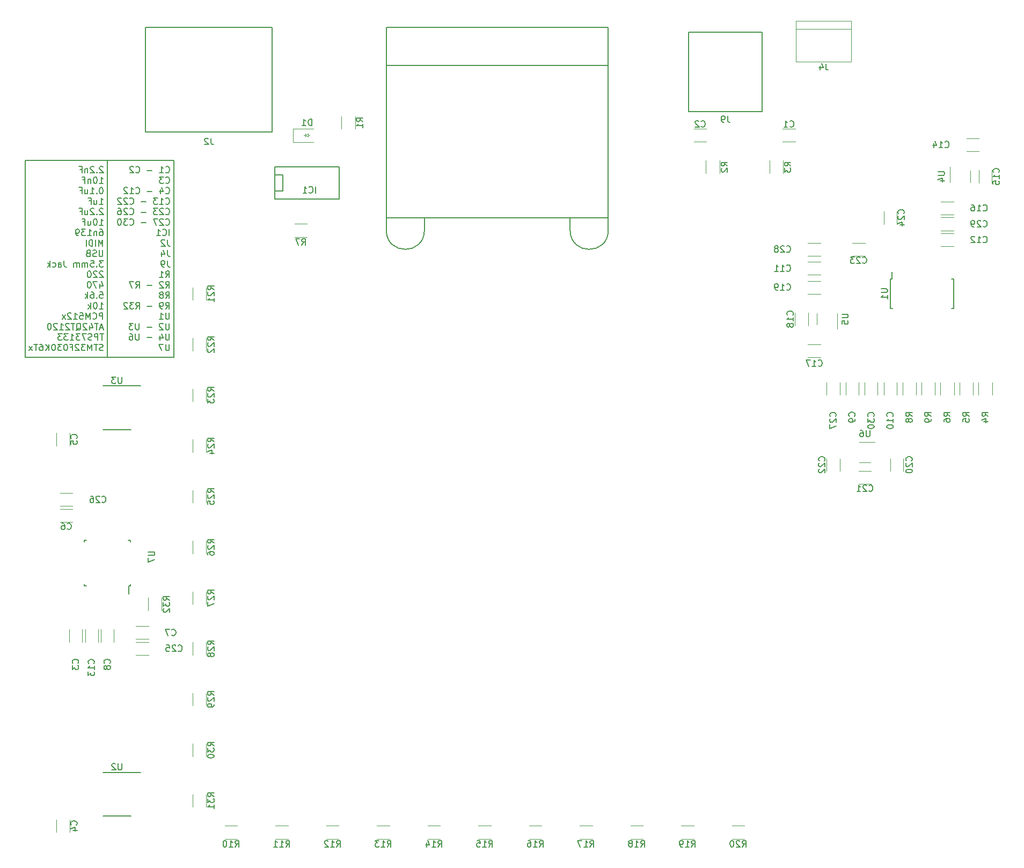
<source format=gbo>
G04 #@! TF.FileFunction,Legend,Bot*
%FSLAX46Y46*%
G04 Gerber Fmt 4.6, Leading zero omitted, Abs format (unit mm)*
G04 Created by KiCad (PCBNEW 4.0.6) date Tue Nov 28 12:03:41 2017*
%MOMM*%
%LPD*%
G01*
G04 APERTURE LIST*
%ADD10C,0.100000*%
%ADD11C,0.200000*%
%ADD12C,0.150000*%
%ADD13C,0.120000*%
G04 APERTURE END LIST*
D10*
D11*
X19500000Y-47000000D02*
X19500000Y-78000000D01*
X43000000Y-47000000D02*
X43000000Y-78000000D01*
X32500000Y-47000000D02*
X32500000Y-78000000D01*
X19500000Y-47000000D02*
X32500000Y-47000000D01*
X32500000Y-78000000D02*
X19500000Y-78000000D01*
D12*
X31809524Y-48022619D02*
X31761905Y-47975000D01*
X31666667Y-47927381D01*
X31428571Y-47927381D01*
X31333333Y-47975000D01*
X31285714Y-48022619D01*
X31238095Y-48117857D01*
X31238095Y-48213095D01*
X31285714Y-48355952D01*
X31857143Y-48927381D01*
X31238095Y-48927381D01*
X30809524Y-48832143D02*
X30761905Y-48879762D01*
X30809524Y-48927381D01*
X30857143Y-48879762D01*
X30809524Y-48832143D01*
X30809524Y-48927381D01*
X30380953Y-48022619D02*
X30333334Y-47975000D01*
X30238096Y-47927381D01*
X30000000Y-47927381D01*
X29904762Y-47975000D01*
X29857143Y-48022619D01*
X29809524Y-48117857D01*
X29809524Y-48213095D01*
X29857143Y-48355952D01*
X30428572Y-48927381D01*
X29809524Y-48927381D01*
X29380953Y-48260714D02*
X29380953Y-48927381D01*
X29380953Y-48355952D02*
X29333334Y-48308333D01*
X29238096Y-48260714D01*
X29095238Y-48260714D01*
X29000000Y-48308333D01*
X28952381Y-48403571D01*
X28952381Y-48927381D01*
X28142857Y-48403571D02*
X28476191Y-48403571D01*
X28476191Y-48927381D02*
X28476191Y-47927381D01*
X28000000Y-47927381D01*
X31238095Y-50577381D02*
X31809524Y-50577381D01*
X31523810Y-50577381D02*
X31523810Y-49577381D01*
X31619048Y-49720238D01*
X31714286Y-49815476D01*
X31809524Y-49863095D01*
X30619048Y-49577381D02*
X30523809Y-49577381D01*
X30428571Y-49625000D01*
X30380952Y-49672619D01*
X30333333Y-49767857D01*
X30285714Y-49958333D01*
X30285714Y-50196429D01*
X30333333Y-50386905D01*
X30380952Y-50482143D01*
X30428571Y-50529762D01*
X30523809Y-50577381D01*
X30619048Y-50577381D01*
X30714286Y-50529762D01*
X30761905Y-50482143D01*
X30809524Y-50386905D01*
X30857143Y-50196429D01*
X30857143Y-49958333D01*
X30809524Y-49767857D01*
X30761905Y-49672619D01*
X30714286Y-49625000D01*
X30619048Y-49577381D01*
X29857143Y-49910714D02*
X29857143Y-50577381D01*
X29857143Y-50005952D02*
X29809524Y-49958333D01*
X29714286Y-49910714D01*
X29571428Y-49910714D01*
X29476190Y-49958333D01*
X29428571Y-50053571D01*
X29428571Y-50577381D01*
X28619047Y-50053571D02*
X28952381Y-50053571D01*
X28952381Y-50577381D02*
X28952381Y-49577381D01*
X28476190Y-49577381D01*
X31571429Y-51227381D02*
X31476190Y-51227381D01*
X31380952Y-51275000D01*
X31333333Y-51322619D01*
X31285714Y-51417857D01*
X31238095Y-51608333D01*
X31238095Y-51846429D01*
X31285714Y-52036905D01*
X31333333Y-52132143D01*
X31380952Y-52179762D01*
X31476190Y-52227381D01*
X31571429Y-52227381D01*
X31666667Y-52179762D01*
X31714286Y-52132143D01*
X31761905Y-52036905D01*
X31809524Y-51846429D01*
X31809524Y-51608333D01*
X31761905Y-51417857D01*
X31714286Y-51322619D01*
X31666667Y-51275000D01*
X31571429Y-51227381D01*
X30809524Y-52132143D02*
X30761905Y-52179762D01*
X30809524Y-52227381D01*
X30857143Y-52179762D01*
X30809524Y-52132143D01*
X30809524Y-52227381D01*
X29809524Y-52227381D02*
X30380953Y-52227381D01*
X30095239Y-52227381D02*
X30095239Y-51227381D01*
X30190477Y-51370238D01*
X30285715Y-51465476D01*
X30380953Y-51513095D01*
X28952381Y-51560714D02*
X28952381Y-52227381D01*
X29380953Y-51560714D02*
X29380953Y-52084524D01*
X29333334Y-52179762D01*
X29238096Y-52227381D01*
X29095238Y-52227381D01*
X29000000Y-52179762D01*
X28952381Y-52132143D01*
X28142857Y-51703571D02*
X28476191Y-51703571D01*
X28476191Y-52227381D02*
X28476191Y-51227381D01*
X28000000Y-51227381D01*
X31238095Y-53877381D02*
X31809524Y-53877381D01*
X31523810Y-53877381D02*
X31523810Y-52877381D01*
X31619048Y-53020238D01*
X31714286Y-53115476D01*
X31809524Y-53163095D01*
X30380952Y-53210714D02*
X30380952Y-53877381D01*
X30809524Y-53210714D02*
X30809524Y-53734524D01*
X30761905Y-53829762D01*
X30666667Y-53877381D01*
X30523809Y-53877381D01*
X30428571Y-53829762D01*
X30380952Y-53782143D01*
X29571428Y-53353571D02*
X29904762Y-53353571D01*
X29904762Y-53877381D02*
X29904762Y-52877381D01*
X29428571Y-52877381D01*
X31809524Y-54622619D02*
X31761905Y-54575000D01*
X31666667Y-54527381D01*
X31428571Y-54527381D01*
X31333333Y-54575000D01*
X31285714Y-54622619D01*
X31238095Y-54717857D01*
X31238095Y-54813095D01*
X31285714Y-54955952D01*
X31857143Y-55527381D01*
X31238095Y-55527381D01*
X30809524Y-55432143D02*
X30761905Y-55479762D01*
X30809524Y-55527381D01*
X30857143Y-55479762D01*
X30809524Y-55432143D01*
X30809524Y-55527381D01*
X30380953Y-54622619D02*
X30333334Y-54575000D01*
X30238096Y-54527381D01*
X30000000Y-54527381D01*
X29904762Y-54575000D01*
X29857143Y-54622619D01*
X29809524Y-54717857D01*
X29809524Y-54813095D01*
X29857143Y-54955952D01*
X30428572Y-55527381D01*
X29809524Y-55527381D01*
X28952381Y-54860714D02*
X28952381Y-55527381D01*
X29380953Y-54860714D02*
X29380953Y-55384524D01*
X29333334Y-55479762D01*
X29238096Y-55527381D01*
X29095238Y-55527381D01*
X29000000Y-55479762D01*
X28952381Y-55432143D01*
X28142857Y-55003571D02*
X28476191Y-55003571D01*
X28476191Y-55527381D02*
X28476191Y-54527381D01*
X28000000Y-54527381D01*
X31238095Y-57177381D02*
X31809524Y-57177381D01*
X31523810Y-57177381D02*
X31523810Y-56177381D01*
X31619048Y-56320238D01*
X31714286Y-56415476D01*
X31809524Y-56463095D01*
X30619048Y-56177381D02*
X30523809Y-56177381D01*
X30428571Y-56225000D01*
X30380952Y-56272619D01*
X30333333Y-56367857D01*
X30285714Y-56558333D01*
X30285714Y-56796429D01*
X30333333Y-56986905D01*
X30380952Y-57082143D01*
X30428571Y-57129762D01*
X30523809Y-57177381D01*
X30619048Y-57177381D01*
X30714286Y-57129762D01*
X30761905Y-57082143D01*
X30809524Y-56986905D01*
X30857143Y-56796429D01*
X30857143Y-56558333D01*
X30809524Y-56367857D01*
X30761905Y-56272619D01*
X30714286Y-56225000D01*
X30619048Y-56177381D01*
X29428571Y-56510714D02*
X29428571Y-57177381D01*
X29857143Y-56510714D02*
X29857143Y-57034524D01*
X29809524Y-57129762D01*
X29714286Y-57177381D01*
X29571428Y-57177381D01*
X29476190Y-57129762D01*
X29428571Y-57082143D01*
X28619047Y-56653571D02*
X28952381Y-56653571D01*
X28952381Y-57177381D02*
X28952381Y-56177381D01*
X28476190Y-56177381D01*
X31333333Y-57827381D02*
X31523810Y-57827381D01*
X31619048Y-57875000D01*
X31666667Y-57922619D01*
X31761905Y-58065476D01*
X31809524Y-58255952D01*
X31809524Y-58636905D01*
X31761905Y-58732143D01*
X31714286Y-58779762D01*
X31619048Y-58827381D01*
X31428571Y-58827381D01*
X31333333Y-58779762D01*
X31285714Y-58732143D01*
X31238095Y-58636905D01*
X31238095Y-58398810D01*
X31285714Y-58303571D01*
X31333333Y-58255952D01*
X31428571Y-58208333D01*
X31619048Y-58208333D01*
X31714286Y-58255952D01*
X31761905Y-58303571D01*
X31809524Y-58398810D01*
X30809524Y-58160714D02*
X30809524Y-58827381D01*
X30809524Y-58255952D02*
X30761905Y-58208333D01*
X30666667Y-58160714D01*
X30523809Y-58160714D01*
X30428571Y-58208333D01*
X30380952Y-58303571D01*
X30380952Y-58827381D01*
X29380952Y-58827381D02*
X29952381Y-58827381D01*
X29666667Y-58827381D02*
X29666667Y-57827381D01*
X29761905Y-57970238D01*
X29857143Y-58065476D01*
X29952381Y-58113095D01*
X29047619Y-57827381D02*
X28428571Y-57827381D01*
X28761905Y-58208333D01*
X28619047Y-58208333D01*
X28523809Y-58255952D01*
X28476190Y-58303571D01*
X28428571Y-58398810D01*
X28428571Y-58636905D01*
X28476190Y-58732143D01*
X28523809Y-58779762D01*
X28619047Y-58827381D01*
X28904762Y-58827381D01*
X29000000Y-58779762D01*
X29047619Y-58732143D01*
X27952381Y-58827381D02*
X27761905Y-58827381D01*
X27666666Y-58779762D01*
X27619047Y-58732143D01*
X27523809Y-58589286D01*
X27476190Y-58398810D01*
X27476190Y-58017857D01*
X27523809Y-57922619D01*
X27571428Y-57875000D01*
X27666666Y-57827381D01*
X27857143Y-57827381D01*
X27952381Y-57875000D01*
X28000000Y-57922619D01*
X28047619Y-58017857D01*
X28047619Y-58255952D01*
X28000000Y-58351190D01*
X27952381Y-58398810D01*
X27857143Y-58446429D01*
X27666666Y-58446429D01*
X27571428Y-58398810D01*
X27523809Y-58351190D01*
X27476190Y-58255952D01*
X31761905Y-60477381D02*
X31761905Y-59477381D01*
X31428571Y-60191667D01*
X31095238Y-59477381D01*
X31095238Y-60477381D01*
X30619048Y-60477381D02*
X30619048Y-59477381D01*
X30142858Y-60477381D02*
X30142858Y-59477381D01*
X29904763Y-59477381D01*
X29761905Y-59525000D01*
X29666667Y-59620238D01*
X29619048Y-59715476D01*
X29571429Y-59905952D01*
X29571429Y-60048810D01*
X29619048Y-60239286D01*
X29666667Y-60334524D01*
X29761905Y-60429762D01*
X29904763Y-60477381D01*
X30142858Y-60477381D01*
X29142858Y-60477381D02*
X29142858Y-59477381D01*
X31761905Y-61127381D02*
X31761905Y-61936905D01*
X31714286Y-62032143D01*
X31666667Y-62079762D01*
X31571429Y-62127381D01*
X31380952Y-62127381D01*
X31285714Y-62079762D01*
X31238095Y-62032143D01*
X31190476Y-61936905D01*
X31190476Y-61127381D01*
X30761905Y-62079762D02*
X30619048Y-62127381D01*
X30380952Y-62127381D01*
X30285714Y-62079762D01*
X30238095Y-62032143D01*
X30190476Y-61936905D01*
X30190476Y-61841667D01*
X30238095Y-61746429D01*
X30285714Y-61698810D01*
X30380952Y-61651190D01*
X30571429Y-61603571D01*
X30666667Y-61555952D01*
X30714286Y-61508333D01*
X30761905Y-61413095D01*
X30761905Y-61317857D01*
X30714286Y-61222619D01*
X30666667Y-61175000D01*
X30571429Y-61127381D01*
X30333333Y-61127381D01*
X30190476Y-61175000D01*
X29428571Y-61603571D02*
X29285714Y-61651190D01*
X29238095Y-61698810D01*
X29190476Y-61794048D01*
X29190476Y-61936905D01*
X29238095Y-62032143D01*
X29285714Y-62079762D01*
X29380952Y-62127381D01*
X29761905Y-62127381D01*
X29761905Y-61127381D01*
X29428571Y-61127381D01*
X29333333Y-61175000D01*
X29285714Y-61222619D01*
X29238095Y-61317857D01*
X29238095Y-61413095D01*
X29285714Y-61508333D01*
X29333333Y-61555952D01*
X29428571Y-61603571D01*
X29761905Y-61603571D01*
X31857143Y-62777381D02*
X31238095Y-62777381D01*
X31571429Y-63158333D01*
X31428571Y-63158333D01*
X31333333Y-63205952D01*
X31285714Y-63253571D01*
X31238095Y-63348810D01*
X31238095Y-63586905D01*
X31285714Y-63682143D01*
X31333333Y-63729762D01*
X31428571Y-63777381D01*
X31714286Y-63777381D01*
X31809524Y-63729762D01*
X31857143Y-63682143D01*
X30809524Y-63682143D02*
X30761905Y-63729762D01*
X30809524Y-63777381D01*
X30857143Y-63729762D01*
X30809524Y-63682143D01*
X30809524Y-63777381D01*
X29857143Y-62777381D02*
X30333334Y-62777381D01*
X30380953Y-63253571D01*
X30333334Y-63205952D01*
X30238096Y-63158333D01*
X30000000Y-63158333D01*
X29904762Y-63205952D01*
X29857143Y-63253571D01*
X29809524Y-63348810D01*
X29809524Y-63586905D01*
X29857143Y-63682143D01*
X29904762Y-63729762D01*
X30000000Y-63777381D01*
X30238096Y-63777381D01*
X30333334Y-63729762D01*
X30380953Y-63682143D01*
X29380953Y-63777381D02*
X29380953Y-63110714D01*
X29380953Y-63205952D02*
X29333334Y-63158333D01*
X29238096Y-63110714D01*
X29095238Y-63110714D01*
X29000000Y-63158333D01*
X28952381Y-63253571D01*
X28952381Y-63777381D01*
X28952381Y-63253571D02*
X28904762Y-63158333D01*
X28809524Y-63110714D01*
X28666667Y-63110714D01*
X28571429Y-63158333D01*
X28523810Y-63253571D01*
X28523810Y-63777381D01*
X28047620Y-63777381D02*
X28047620Y-63110714D01*
X28047620Y-63205952D02*
X28000001Y-63158333D01*
X27904763Y-63110714D01*
X27761905Y-63110714D01*
X27666667Y-63158333D01*
X27619048Y-63253571D01*
X27619048Y-63777381D01*
X27619048Y-63253571D02*
X27571429Y-63158333D01*
X27476191Y-63110714D01*
X27333334Y-63110714D01*
X27238096Y-63158333D01*
X27190477Y-63253571D01*
X27190477Y-63777381D01*
X25666667Y-62777381D02*
X25666667Y-63491667D01*
X25714287Y-63634524D01*
X25809525Y-63729762D01*
X25952382Y-63777381D01*
X26047620Y-63777381D01*
X24761905Y-63777381D02*
X24761905Y-63253571D01*
X24809524Y-63158333D01*
X24904762Y-63110714D01*
X25095239Y-63110714D01*
X25190477Y-63158333D01*
X24761905Y-63729762D02*
X24857143Y-63777381D01*
X25095239Y-63777381D01*
X25190477Y-63729762D01*
X25238096Y-63634524D01*
X25238096Y-63539286D01*
X25190477Y-63444048D01*
X25095239Y-63396429D01*
X24857143Y-63396429D01*
X24761905Y-63348810D01*
X23857143Y-63729762D02*
X23952381Y-63777381D01*
X24142858Y-63777381D01*
X24238096Y-63729762D01*
X24285715Y-63682143D01*
X24333334Y-63586905D01*
X24333334Y-63301190D01*
X24285715Y-63205952D01*
X24238096Y-63158333D01*
X24142858Y-63110714D01*
X23952381Y-63110714D01*
X23857143Y-63158333D01*
X23428572Y-63777381D02*
X23428572Y-62777381D01*
X23333334Y-63396429D02*
X23047619Y-63777381D01*
X23047619Y-63110714D02*
X23428572Y-63491667D01*
X31809524Y-64522619D02*
X31761905Y-64475000D01*
X31666667Y-64427381D01*
X31428571Y-64427381D01*
X31333333Y-64475000D01*
X31285714Y-64522619D01*
X31238095Y-64617857D01*
X31238095Y-64713095D01*
X31285714Y-64855952D01*
X31857143Y-65427381D01*
X31238095Y-65427381D01*
X30857143Y-64522619D02*
X30809524Y-64475000D01*
X30714286Y-64427381D01*
X30476190Y-64427381D01*
X30380952Y-64475000D01*
X30333333Y-64522619D01*
X30285714Y-64617857D01*
X30285714Y-64713095D01*
X30333333Y-64855952D01*
X30904762Y-65427381D01*
X30285714Y-65427381D01*
X29666667Y-64427381D02*
X29571428Y-64427381D01*
X29476190Y-64475000D01*
X29428571Y-64522619D01*
X29380952Y-64617857D01*
X29333333Y-64808333D01*
X29333333Y-65046429D01*
X29380952Y-65236905D01*
X29428571Y-65332143D01*
X29476190Y-65379762D01*
X29571428Y-65427381D01*
X29666667Y-65427381D01*
X29761905Y-65379762D01*
X29809524Y-65332143D01*
X29857143Y-65236905D01*
X29904762Y-65046429D01*
X29904762Y-64808333D01*
X29857143Y-64617857D01*
X29809524Y-64522619D01*
X29761905Y-64475000D01*
X29666667Y-64427381D01*
X31333333Y-66410714D02*
X31333333Y-67077381D01*
X31571429Y-66029762D02*
X31809524Y-66744048D01*
X31190476Y-66744048D01*
X30904762Y-66077381D02*
X30238095Y-66077381D01*
X30666667Y-67077381D01*
X29666667Y-66077381D02*
X29571428Y-66077381D01*
X29476190Y-66125000D01*
X29428571Y-66172619D01*
X29380952Y-66267857D01*
X29333333Y-66458333D01*
X29333333Y-66696429D01*
X29380952Y-66886905D01*
X29428571Y-66982143D01*
X29476190Y-67029762D01*
X29571428Y-67077381D01*
X29666667Y-67077381D01*
X29761905Y-67029762D01*
X29809524Y-66982143D01*
X29857143Y-66886905D01*
X29904762Y-66696429D01*
X29904762Y-66458333D01*
X29857143Y-66267857D01*
X29809524Y-66172619D01*
X29761905Y-66125000D01*
X29666667Y-66077381D01*
X31285714Y-67727381D02*
X31761905Y-67727381D01*
X31809524Y-68203571D01*
X31761905Y-68155952D01*
X31666667Y-68108333D01*
X31428571Y-68108333D01*
X31333333Y-68155952D01*
X31285714Y-68203571D01*
X31238095Y-68298810D01*
X31238095Y-68536905D01*
X31285714Y-68632143D01*
X31333333Y-68679762D01*
X31428571Y-68727381D01*
X31666667Y-68727381D01*
X31761905Y-68679762D01*
X31809524Y-68632143D01*
X30809524Y-68632143D02*
X30761905Y-68679762D01*
X30809524Y-68727381D01*
X30857143Y-68679762D01*
X30809524Y-68632143D01*
X30809524Y-68727381D01*
X29904762Y-67727381D02*
X30095239Y-67727381D01*
X30190477Y-67775000D01*
X30238096Y-67822619D01*
X30333334Y-67965476D01*
X30380953Y-68155952D01*
X30380953Y-68536905D01*
X30333334Y-68632143D01*
X30285715Y-68679762D01*
X30190477Y-68727381D01*
X30000000Y-68727381D01*
X29904762Y-68679762D01*
X29857143Y-68632143D01*
X29809524Y-68536905D01*
X29809524Y-68298810D01*
X29857143Y-68203571D01*
X29904762Y-68155952D01*
X30000000Y-68108333D01*
X30190477Y-68108333D01*
X30285715Y-68155952D01*
X30333334Y-68203571D01*
X30380953Y-68298810D01*
X29380953Y-68727381D02*
X29380953Y-67727381D01*
X29285715Y-68346429D02*
X29000000Y-68727381D01*
X29000000Y-68060714D02*
X29380953Y-68441667D01*
X31238095Y-70377381D02*
X31809524Y-70377381D01*
X31523810Y-70377381D02*
X31523810Y-69377381D01*
X31619048Y-69520238D01*
X31714286Y-69615476D01*
X31809524Y-69663095D01*
X30619048Y-69377381D02*
X30523809Y-69377381D01*
X30428571Y-69425000D01*
X30380952Y-69472619D01*
X30333333Y-69567857D01*
X30285714Y-69758333D01*
X30285714Y-69996429D01*
X30333333Y-70186905D01*
X30380952Y-70282143D01*
X30428571Y-70329762D01*
X30523809Y-70377381D01*
X30619048Y-70377381D01*
X30714286Y-70329762D01*
X30761905Y-70282143D01*
X30809524Y-70186905D01*
X30857143Y-69996429D01*
X30857143Y-69758333D01*
X30809524Y-69567857D01*
X30761905Y-69472619D01*
X30714286Y-69425000D01*
X30619048Y-69377381D01*
X29857143Y-70377381D02*
X29857143Y-69377381D01*
X29761905Y-69996429D02*
X29476190Y-70377381D01*
X29476190Y-69710714D02*
X29857143Y-70091667D01*
X31761905Y-72027381D02*
X31761905Y-71027381D01*
X31380952Y-71027381D01*
X31285714Y-71075000D01*
X31238095Y-71122619D01*
X31190476Y-71217857D01*
X31190476Y-71360714D01*
X31238095Y-71455952D01*
X31285714Y-71503571D01*
X31380952Y-71551190D01*
X31761905Y-71551190D01*
X30190476Y-71932143D02*
X30238095Y-71979762D01*
X30380952Y-72027381D01*
X30476190Y-72027381D01*
X30619048Y-71979762D01*
X30714286Y-71884524D01*
X30761905Y-71789286D01*
X30809524Y-71598810D01*
X30809524Y-71455952D01*
X30761905Y-71265476D01*
X30714286Y-71170238D01*
X30619048Y-71075000D01*
X30476190Y-71027381D01*
X30380952Y-71027381D01*
X30238095Y-71075000D01*
X30190476Y-71122619D01*
X29761905Y-72027381D02*
X29761905Y-71027381D01*
X29428571Y-71741667D01*
X29095238Y-71027381D01*
X29095238Y-72027381D01*
X28142857Y-71027381D02*
X28619048Y-71027381D01*
X28666667Y-71503571D01*
X28619048Y-71455952D01*
X28523810Y-71408333D01*
X28285714Y-71408333D01*
X28190476Y-71455952D01*
X28142857Y-71503571D01*
X28095238Y-71598810D01*
X28095238Y-71836905D01*
X28142857Y-71932143D01*
X28190476Y-71979762D01*
X28285714Y-72027381D01*
X28523810Y-72027381D01*
X28619048Y-71979762D01*
X28666667Y-71932143D01*
X27142857Y-72027381D02*
X27714286Y-72027381D01*
X27428572Y-72027381D02*
X27428572Y-71027381D01*
X27523810Y-71170238D01*
X27619048Y-71265476D01*
X27714286Y-71313095D01*
X26761905Y-71122619D02*
X26714286Y-71075000D01*
X26619048Y-71027381D01*
X26380952Y-71027381D01*
X26285714Y-71075000D01*
X26238095Y-71122619D01*
X26190476Y-71217857D01*
X26190476Y-71313095D01*
X26238095Y-71455952D01*
X26809524Y-72027381D01*
X26190476Y-72027381D01*
X25857143Y-72027381D02*
X25333333Y-71360714D01*
X25857143Y-71360714D02*
X25333333Y-72027381D01*
X31809524Y-73391667D02*
X31333333Y-73391667D01*
X31904762Y-73677381D02*
X31571429Y-72677381D01*
X31238095Y-73677381D01*
X31047619Y-72677381D02*
X30476190Y-72677381D01*
X30761905Y-73677381D02*
X30761905Y-72677381D01*
X29714285Y-73010714D02*
X29714285Y-73677381D01*
X29952381Y-72629762D02*
X30190476Y-73344048D01*
X29571428Y-73344048D01*
X29238095Y-72772619D02*
X29190476Y-72725000D01*
X29095238Y-72677381D01*
X28857142Y-72677381D01*
X28761904Y-72725000D01*
X28714285Y-72772619D01*
X28666666Y-72867857D01*
X28666666Y-72963095D01*
X28714285Y-73105952D01*
X29285714Y-73677381D01*
X28666666Y-73677381D01*
X27571428Y-73772619D02*
X27666666Y-73725000D01*
X27761904Y-73629762D01*
X27904761Y-73486905D01*
X28000000Y-73439286D01*
X28095238Y-73439286D01*
X28047619Y-73677381D02*
X28142857Y-73629762D01*
X28238095Y-73534524D01*
X28285714Y-73344048D01*
X28285714Y-73010714D01*
X28238095Y-72820238D01*
X28142857Y-72725000D01*
X28047619Y-72677381D01*
X27857142Y-72677381D01*
X27761904Y-72725000D01*
X27666666Y-72820238D01*
X27619047Y-73010714D01*
X27619047Y-73344048D01*
X27666666Y-73534524D01*
X27761904Y-73629762D01*
X27857142Y-73677381D01*
X28047619Y-73677381D01*
X27333333Y-72677381D02*
X26761904Y-72677381D01*
X27047619Y-73677381D02*
X27047619Y-72677381D01*
X26476190Y-72772619D02*
X26428571Y-72725000D01*
X26333333Y-72677381D01*
X26095237Y-72677381D01*
X25999999Y-72725000D01*
X25952380Y-72772619D01*
X25904761Y-72867857D01*
X25904761Y-72963095D01*
X25952380Y-73105952D01*
X26523809Y-73677381D01*
X25904761Y-73677381D01*
X24952380Y-73677381D02*
X25523809Y-73677381D01*
X25238095Y-73677381D02*
X25238095Y-72677381D01*
X25333333Y-72820238D01*
X25428571Y-72915476D01*
X25523809Y-72963095D01*
X24571428Y-72772619D02*
X24523809Y-72725000D01*
X24428571Y-72677381D01*
X24190475Y-72677381D01*
X24095237Y-72725000D01*
X24047618Y-72772619D01*
X23999999Y-72867857D01*
X23999999Y-72963095D01*
X24047618Y-73105952D01*
X24619047Y-73677381D01*
X23999999Y-73677381D01*
X23380952Y-72677381D02*
X23285713Y-72677381D01*
X23190475Y-72725000D01*
X23142856Y-72772619D01*
X23095237Y-72867857D01*
X23047618Y-73058333D01*
X23047618Y-73296429D01*
X23095237Y-73486905D01*
X23142856Y-73582143D01*
X23190475Y-73629762D01*
X23285713Y-73677381D01*
X23380952Y-73677381D01*
X23476190Y-73629762D01*
X23523809Y-73582143D01*
X23571428Y-73486905D01*
X23619047Y-73296429D01*
X23619047Y-73058333D01*
X23571428Y-72867857D01*
X23523809Y-72772619D01*
X23476190Y-72725000D01*
X23380952Y-72677381D01*
X31904762Y-74327381D02*
X31333333Y-74327381D01*
X31619048Y-75327381D02*
X31619048Y-74327381D01*
X31000000Y-75327381D02*
X31000000Y-74327381D01*
X30619047Y-74327381D01*
X30523809Y-74375000D01*
X30476190Y-74422619D01*
X30428571Y-74517857D01*
X30428571Y-74660714D01*
X30476190Y-74755952D01*
X30523809Y-74803571D01*
X30619047Y-74851190D01*
X31000000Y-74851190D01*
X30047619Y-75279762D02*
X29904762Y-75327381D01*
X29666666Y-75327381D01*
X29571428Y-75279762D01*
X29523809Y-75232143D01*
X29476190Y-75136905D01*
X29476190Y-75041667D01*
X29523809Y-74946429D01*
X29571428Y-74898810D01*
X29666666Y-74851190D01*
X29857143Y-74803571D01*
X29952381Y-74755952D01*
X30000000Y-74708333D01*
X30047619Y-74613095D01*
X30047619Y-74517857D01*
X30000000Y-74422619D01*
X29952381Y-74375000D01*
X29857143Y-74327381D01*
X29619047Y-74327381D01*
X29476190Y-74375000D01*
X29142857Y-74327381D02*
X28476190Y-74327381D01*
X28904762Y-75327381D01*
X28190476Y-74327381D02*
X27571428Y-74327381D01*
X27904762Y-74708333D01*
X27761904Y-74708333D01*
X27666666Y-74755952D01*
X27619047Y-74803571D01*
X27571428Y-74898810D01*
X27571428Y-75136905D01*
X27619047Y-75232143D01*
X27666666Y-75279762D01*
X27761904Y-75327381D01*
X28047619Y-75327381D01*
X28142857Y-75279762D01*
X28190476Y-75232143D01*
X26619047Y-75327381D02*
X27190476Y-75327381D01*
X26904762Y-75327381D02*
X26904762Y-74327381D01*
X27000000Y-74470238D01*
X27095238Y-74565476D01*
X27190476Y-74613095D01*
X26285714Y-74327381D02*
X25666666Y-74327381D01*
X26000000Y-74708333D01*
X25857142Y-74708333D01*
X25761904Y-74755952D01*
X25714285Y-74803571D01*
X25666666Y-74898810D01*
X25666666Y-75136905D01*
X25714285Y-75232143D01*
X25761904Y-75279762D01*
X25857142Y-75327381D01*
X26142857Y-75327381D01*
X26238095Y-75279762D01*
X26285714Y-75232143D01*
X25333333Y-74327381D02*
X24714285Y-74327381D01*
X25047619Y-74708333D01*
X24904761Y-74708333D01*
X24809523Y-74755952D01*
X24761904Y-74803571D01*
X24714285Y-74898810D01*
X24714285Y-75136905D01*
X24761904Y-75232143D01*
X24809523Y-75279762D01*
X24904761Y-75327381D01*
X25190476Y-75327381D01*
X25285714Y-75279762D01*
X25333333Y-75232143D01*
X31809524Y-76929762D02*
X31666667Y-76977381D01*
X31428571Y-76977381D01*
X31333333Y-76929762D01*
X31285714Y-76882143D01*
X31238095Y-76786905D01*
X31238095Y-76691667D01*
X31285714Y-76596429D01*
X31333333Y-76548810D01*
X31428571Y-76501190D01*
X31619048Y-76453571D01*
X31714286Y-76405952D01*
X31761905Y-76358333D01*
X31809524Y-76263095D01*
X31809524Y-76167857D01*
X31761905Y-76072619D01*
X31714286Y-76025000D01*
X31619048Y-75977381D01*
X31380952Y-75977381D01*
X31238095Y-76025000D01*
X30952381Y-75977381D02*
X30380952Y-75977381D01*
X30666667Y-76977381D02*
X30666667Y-75977381D01*
X30047619Y-76977381D02*
X30047619Y-75977381D01*
X29714285Y-76691667D01*
X29380952Y-75977381D01*
X29380952Y-76977381D01*
X29000000Y-75977381D02*
X28380952Y-75977381D01*
X28714286Y-76358333D01*
X28571428Y-76358333D01*
X28476190Y-76405952D01*
X28428571Y-76453571D01*
X28380952Y-76548810D01*
X28380952Y-76786905D01*
X28428571Y-76882143D01*
X28476190Y-76929762D01*
X28571428Y-76977381D01*
X28857143Y-76977381D01*
X28952381Y-76929762D01*
X29000000Y-76882143D01*
X28000000Y-76072619D02*
X27952381Y-76025000D01*
X27857143Y-75977381D01*
X27619047Y-75977381D01*
X27523809Y-76025000D01*
X27476190Y-76072619D01*
X27428571Y-76167857D01*
X27428571Y-76263095D01*
X27476190Y-76405952D01*
X28047619Y-76977381D01*
X27428571Y-76977381D01*
X26666666Y-76453571D02*
X27000000Y-76453571D01*
X27000000Y-76977381D02*
X27000000Y-75977381D01*
X26523809Y-75977381D01*
X25952381Y-75977381D02*
X25857142Y-75977381D01*
X25761904Y-76025000D01*
X25714285Y-76072619D01*
X25666666Y-76167857D01*
X25619047Y-76358333D01*
X25619047Y-76596429D01*
X25666666Y-76786905D01*
X25714285Y-76882143D01*
X25761904Y-76929762D01*
X25857142Y-76977381D01*
X25952381Y-76977381D01*
X26047619Y-76929762D01*
X26095238Y-76882143D01*
X26142857Y-76786905D01*
X26190476Y-76596429D01*
X26190476Y-76358333D01*
X26142857Y-76167857D01*
X26095238Y-76072619D01*
X26047619Y-76025000D01*
X25952381Y-75977381D01*
X25285714Y-75977381D02*
X24666666Y-75977381D01*
X25000000Y-76358333D01*
X24857142Y-76358333D01*
X24761904Y-76405952D01*
X24714285Y-76453571D01*
X24666666Y-76548810D01*
X24666666Y-76786905D01*
X24714285Y-76882143D01*
X24761904Y-76929762D01*
X24857142Y-76977381D01*
X25142857Y-76977381D01*
X25238095Y-76929762D01*
X25285714Y-76882143D01*
X24047619Y-75977381D02*
X23952380Y-75977381D01*
X23857142Y-76025000D01*
X23809523Y-76072619D01*
X23761904Y-76167857D01*
X23714285Y-76358333D01*
X23714285Y-76596429D01*
X23761904Y-76786905D01*
X23809523Y-76882143D01*
X23857142Y-76929762D01*
X23952380Y-76977381D01*
X24047619Y-76977381D01*
X24142857Y-76929762D01*
X24190476Y-76882143D01*
X24238095Y-76786905D01*
X24285714Y-76596429D01*
X24285714Y-76358333D01*
X24238095Y-76167857D01*
X24190476Y-76072619D01*
X24142857Y-76025000D01*
X24047619Y-75977381D01*
X23285714Y-76977381D02*
X23285714Y-75977381D01*
X22714285Y-76977381D02*
X23142857Y-76405952D01*
X22714285Y-75977381D02*
X23285714Y-76548810D01*
X21857142Y-75977381D02*
X22047619Y-75977381D01*
X22142857Y-76025000D01*
X22190476Y-76072619D01*
X22285714Y-76215476D01*
X22333333Y-76405952D01*
X22333333Y-76786905D01*
X22285714Y-76882143D01*
X22238095Y-76929762D01*
X22142857Y-76977381D01*
X21952380Y-76977381D01*
X21857142Y-76929762D01*
X21809523Y-76882143D01*
X21761904Y-76786905D01*
X21761904Y-76548810D01*
X21809523Y-76453571D01*
X21857142Y-76405952D01*
X21952380Y-76358333D01*
X22142857Y-76358333D01*
X22238095Y-76405952D01*
X22285714Y-76453571D01*
X22333333Y-76548810D01*
X21476190Y-75977381D02*
X20904761Y-75977381D01*
X21190476Y-76977381D02*
X21190476Y-75977381D01*
X20666666Y-76977381D02*
X20142856Y-76310714D01*
X20666666Y-76310714D02*
X20142856Y-76977381D01*
D11*
X32500000Y-78000000D02*
X43000000Y-78000000D01*
X43000000Y-47000000D02*
X32500000Y-47000000D01*
D12*
X41690476Y-48832143D02*
X41738095Y-48879762D01*
X41880952Y-48927381D01*
X41976190Y-48927381D01*
X42119048Y-48879762D01*
X42214286Y-48784524D01*
X42261905Y-48689286D01*
X42309524Y-48498810D01*
X42309524Y-48355952D01*
X42261905Y-48165476D01*
X42214286Y-48070238D01*
X42119048Y-47975000D01*
X41976190Y-47927381D01*
X41880952Y-47927381D01*
X41738095Y-47975000D01*
X41690476Y-48022619D01*
X40738095Y-48927381D02*
X41309524Y-48927381D01*
X41023810Y-48927381D02*
X41023810Y-47927381D01*
X41119048Y-48070238D01*
X41214286Y-48165476D01*
X41309524Y-48213095D01*
X39547619Y-48546429D02*
X38785714Y-48546429D01*
X36976190Y-48832143D02*
X37023809Y-48879762D01*
X37166666Y-48927381D01*
X37261904Y-48927381D01*
X37404762Y-48879762D01*
X37500000Y-48784524D01*
X37547619Y-48689286D01*
X37595238Y-48498810D01*
X37595238Y-48355952D01*
X37547619Y-48165476D01*
X37500000Y-48070238D01*
X37404762Y-47975000D01*
X37261904Y-47927381D01*
X37166666Y-47927381D01*
X37023809Y-47975000D01*
X36976190Y-48022619D01*
X36595238Y-48022619D02*
X36547619Y-47975000D01*
X36452381Y-47927381D01*
X36214285Y-47927381D01*
X36119047Y-47975000D01*
X36071428Y-48022619D01*
X36023809Y-48117857D01*
X36023809Y-48213095D01*
X36071428Y-48355952D01*
X36642857Y-48927381D01*
X36023809Y-48927381D01*
X41690476Y-50482143D02*
X41738095Y-50529762D01*
X41880952Y-50577381D01*
X41976190Y-50577381D01*
X42119048Y-50529762D01*
X42214286Y-50434524D01*
X42261905Y-50339286D01*
X42309524Y-50148810D01*
X42309524Y-50005952D01*
X42261905Y-49815476D01*
X42214286Y-49720238D01*
X42119048Y-49625000D01*
X41976190Y-49577381D01*
X41880952Y-49577381D01*
X41738095Y-49625000D01*
X41690476Y-49672619D01*
X41357143Y-49577381D02*
X40738095Y-49577381D01*
X41071429Y-49958333D01*
X40928571Y-49958333D01*
X40833333Y-50005952D01*
X40785714Y-50053571D01*
X40738095Y-50148810D01*
X40738095Y-50386905D01*
X40785714Y-50482143D01*
X40833333Y-50529762D01*
X40928571Y-50577381D01*
X41214286Y-50577381D01*
X41309524Y-50529762D01*
X41357143Y-50482143D01*
X41690476Y-52132143D02*
X41738095Y-52179762D01*
X41880952Y-52227381D01*
X41976190Y-52227381D01*
X42119048Y-52179762D01*
X42214286Y-52084524D01*
X42261905Y-51989286D01*
X42309524Y-51798810D01*
X42309524Y-51655952D01*
X42261905Y-51465476D01*
X42214286Y-51370238D01*
X42119048Y-51275000D01*
X41976190Y-51227381D01*
X41880952Y-51227381D01*
X41738095Y-51275000D01*
X41690476Y-51322619D01*
X40833333Y-51560714D02*
X40833333Y-52227381D01*
X41071429Y-51179762D02*
X41309524Y-51894048D01*
X40690476Y-51894048D01*
X39547619Y-51846429D02*
X38785714Y-51846429D01*
X36976190Y-52132143D02*
X37023809Y-52179762D01*
X37166666Y-52227381D01*
X37261904Y-52227381D01*
X37404762Y-52179762D01*
X37500000Y-52084524D01*
X37547619Y-51989286D01*
X37595238Y-51798810D01*
X37595238Y-51655952D01*
X37547619Y-51465476D01*
X37500000Y-51370238D01*
X37404762Y-51275000D01*
X37261904Y-51227381D01*
X37166666Y-51227381D01*
X37023809Y-51275000D01*
X36976190Y-51322619D01*
X36023809Y-52227381D02*
X36595238Y-52227381D01*
X36309524Y-52227381D02*
X36309524Y-51227381D01*
X36404762Y-51370238D01*
X36500000Y-51465476D01*
X36595238Y-51513095D01*
X35642857Y-51322619D02*
X35595238Y-51275000D01*
X35500000Y-51227381D01*
X35261904Y-51227381D01*
X35166666Y-51275000D01*
X35119047Y-51322619D01*
X35071428Y-51417857D01*
X35071428Y-51513095D01*
X35119047Y-51655952D01*
X35690476Y-52227381D01*
X35071428Y-52227381D01*
X41690476Y-53782143D02*
X41738095Y-53829762D01*
X41880952Y-53877381D01*
X41976190Y-53877381D01*
X42119048Y-53829762D01*
X42214286Y-53734524D01*
X42261905Y-53639286D01*
X42309524Y-53448810D01*
X42309524Y-53305952D01*
X42261905Y-53115476D01*
X42214286Y-53020238D01*
X42119048Y-52925000D01*
X41976190Y-52877381D01*
X41880952Y-52877381D01*
X41738095Y-52925000D01*
X41690476Y-52972619D01*
X40738095Y-53877381D02*
X41309524Y-53877381D01*
X41023810Y-53877381D02*
X41023810Y-52877381D01*
X41119048Y-53020238D01*
X41214286Y-53115476D01*
X41309524Y-53163095D01*
X40404762Y-52877381D02*
X39785714Y-52877381D01*
X40119048Y-53258333D01*
X39976190Y-53258333D01*
X39880952Y-53305952D01*
X39833333Y-53353571D01*
X39785714Y-53448810D01*
X39785714Y-53686905D01*
X39833333Y-53782143D01*
X39880952Y-53829762D01*
X39976190Y-53877381D01*
X40261905Y-53877381D01*
X40357143Y-53829762D01*
X40404762Y-53782143D01*
X38595238Y-53496429D02*
X37833333Y-53496429D01*
X36023809Y-53782143D02*
X36071428Y-53829762D01*
X36214285Y-53877381D01*
X36309523Y-53877381D01*
X36452381Y-53829762D01*
X36547619Y-53734524D01*
X36595238Y-53639286D01*
X36642857Y-53448810D01*
X36642857Y-53305952D01*
X36595238Y-53115476D01*
X36547619Y-53020238D01*
X36452381Y-52925000D01*
X36309523Y-52877381D01*
X36214285Y-52877381D01*
X36071428Y-52925000D01*
X36023809Y-52972619D01*
X35642857Y-52972619D02*
X35595238Y-52925000D01*
X35500000Y-52877381D01*
X35261904Y-52877381D01*
X35166666Y-52925000D01*
X35119047Y-52972619D01*
X35071428Y-53067857D01*
X35071428Y-53163095D01*
X35119047Y-53305952D01*
X35690476Y-53877381D01*
X35071428Y-53877381D01*
X34690476Y-52972619D02*
X34642857Y-52925000D01*
X34547619Y-52877381D01*
X34309523Y-52877381D01*
X34214285Y-52925000D01*
X34166666Y-52972619D01*
X34119047Y-53067857D01*
X34119047Y-53163095D01*
X34166666Y-53305952D01*
X34738095Y-53877381D01*
X34119047Y-53877381D01*
X41690476Y-55432143D02*
X41738095Y-55479762D01*
X41880952Y-55527381D01*
X41976190Y-55527381D01*
X42119048Y-55479762D01*
X42214286Y-55384524D01*
X42261905Y-55289286D01*
X42309524Y-55098810D01*
X42309524Y-54955952D01*
X42261905Y-54765476D01*
X42214286Y-54670238D01*
X42119048Y-54575000D01*
X41976190Y-54527381D01*
X41880952Y-54527381D01*
X41738095Y-54575000D01*
X41690476Y-54622619D01*
X41309524Y-54622619D02*
X41261905Y-54575000D01*
X41166667Y-54527381D01*
X40928571Y-54527381D01*
X40833333Y-54575000D01*
X40785714Y-54622619D01*
X40738095Y-54717857D01*
X40738095Y-54813095D01*
X40785714Y-54955952D01*
X41357143Y-55527381D01*
X40738095Y-55527381D01*
X40404762Y-54527381D02*
X39785714Y-54527381D01*
X40119048Y-54908333D01*
X39976190Y-54908333D01*
X39880952Y-54955952D01*
X39833333Y-55003571D01*
X39785714Y-55098810D01*
X39785714Y-55336905D01*
X39833333Y-55432143D01*
X39880952Y-55479762D01*
X39976190Y-55527381D01*
X40261905Y-55527381D01*
X40357143Y-55479762D01*
X40404762Y-55432143D01*
X38595238Y-55146429D02*
X37833333Y-55146429D01*
X36023809Y-55432143D02*
X36071428Y-55479762D01*
X36214285Y-55527381D01*
X36309523Y-55527381D01*
X36452381Y-55479762D01*
X36547619Y-55384524D01*
X36595238Y-55289286D01*
X36642857Y-55098810D01*
X36642857Y-54955952D01*
X36595238Y-54765476D01*
X36547619Y-54670238D01*
X36452381Y-54575000D01*
X36309523Y-54527381D01*
X36214285Y-54527381D01*
X36071428Y-54575000D01*
X36023809Y-54622619D01*
X35642857Y-54622619D02*
X35595238Y-54575000D01*
X35500000Y-54527381D01*
X35261904Y-54527381D01*
X35166666Y-54575000D01*
X35119047Y-54622619D01*
X35071428Y-54717857D01*
X35071428Y-54813095D01*
X35119047Y-54955952D01*
X35690476Y-55527381D01*
X35071428Y-55527381D01*
X34214285Y-54527381D02*
X34404762Y-54527381D01*
X34500000Y-54575000D01*
X34547619Y-54622619D01*
X34642857Y-54765476D01*
X34690476Y-54955952D01*
X34690476Y-55336905D01*
X34642857Y-55432143D01*
X34595238Y-55479762D01*
X34500000Y-55527381D01*
X34309523Y-55527381D01*
X34214285Y-55479762D01*
X34166666Y-55432143D01*
X34119047Y-55336905D01*
X34119047Y-55098810D01*
X34166666Y-55003571D01*
X34214285Y-54955952D01*
X34309523Y-54908333D01*
X34500000Y-54908333D01*
X34595238Y-54955952D01*
X34642857Y-55003571D01*
X34690476Y-55098810D01*
X41690476Y-57082143D02*
X41738095Y-57129762D01*
X41880952Y-57177381D01*
X41976190Y-57177381D01*
X42119048Y-57129762D01*
X42214286Y-57034524D01*
X42261905Y-56939286D01*
X42309524Y-56748810D01*
X42309524Y-56605952D01*
X42261905Y-56415476D01*
X42214286Y-56320238D01*
X42119048Y-56225000D01*
X41976190Y-56177381D01*
X41880952Y-56177381D01*
X41738095Y-56225000D01*
X41690476Y-56272619D01*
X41309524Y-56272619D02*
X41261905Y-56225000D01*
X41166667Y-56177381D01*
X40928571Y-56177381D01*
X40833333Y-56225000D01*
X40785714Y-56272619D01*
X40738095Y-56367857D01*
X40738095Y-56463095D01*
X40785714Y-56605952D01*
X41357143Y-57177381D01*
X40738095Y-57177381D01*
X40404762Y-56177381D02*
X39738095Y-56177381D01*
X40166667Y-57177381D01*
X38595238Y-56796429D02*
X37833333Y-56796429D01*
X36023809Y-57082143D02*
X36071428Y-57129762D01*
X36214285Y-57177381D01*
X36309523Y-57177381D01*
X36452381Y-57129762D01*
X36547619Y-57034524D01*
X36595238Y-56939286D01*
X36642857Y-56748810D01*
X36642857Y-56605952D01*
X36595238Y-56415476D01*
X36547619Y-56320238D01*
X36452381Y-56225000D01*
X36309523Y-56177381D01*
X36214285Y-56177381D01*
X36071428Y-56225000D01*
X36023809Y-56272619D01*
X35690476Y-56177381D02*
X35071428Y-56177381D01*
X35404762Y-56558333D01*
X35261904Y-56558333D01*
X35166666Y-56605952D01*
X35119047Y-56653571D01*
X35071428Y-56748810D01*
X35071428Y-56986905D01*
X35119047Y-57082143D01*
X35166666Y-57129762D01*
X35261904Y-57177381D01*
X35547619Y-57177381D01*
X35642857Y-57129762D01*
X35690476Y-57082143D01*
X34452381Y-56177381D02*
X34357142Y-56177381D01*
X34261904Y-56225000D01*
X34214285Y-56272619D01*
X34166666Y-56367857D01*
X34119047Y-56558333D01*
X34119047Y-56796429D01*
X34166666Y-56986905D01*
X34214285Y-57082143D01*
X34261904Y-57129762D01*
X34357142Y-57177381D01*
X34452381Y-57177381D01*
X34547619Y-57129762D01*
X34595238Y-57082143D01*
X34642857Y-56986905D01*
X34690476Y-56796429D01*
X34690476Y-56558333D01*
X34642857Y-56367857D01*
X34595238Y-56272619D01*
X34547619Y-56225000D01*
X34452381Y-56177381D01*
X42261905Y-58827381D02*
X42261905Y-57827381D01*
X41214286Y-58732143D02*
X41261905Y-58779762D01*
X41404762Y-58827381D01*
X41500000Y-58827381D01*
X41642858Y-58779762D01*
X41738096Y-58684524D01*
X41785715Y-58589286D01*
X41833334Y-58398810D01*
X41833334Y-58255952D01*
X41785715Y-58065476D01*
X41738096Y-57970238D01*
X41642858Y-57875000D01*
X41500000Y-57827381D01*
X41404762Y-57827381D01*
X41261905Y-57875000D01*
X41214286Y-57922619D01*
X40261905Y-58827381D02*
X40833334Y-58827381D01*
X40547620Y-58827381D02*
X40547620Y-57827381D01*
X40642858Y-57970238D01*
X40738096Y-58065476D01*
X40833334Y-58113095D01*
X41976190Y-59477381D02*
X41976190Y-60191667D01*
X42023810Y-60334524D01*
X42119048Y-60429762D01*
X42261905Y-60477381D01*
X42357143Y-60477381D01*
X41547619Y-59572619D02*
X41500000Y-59525000D01*
X41404762Y-59477381D01*
X41166666Y-59477381D01*
X41071428Y-59525000D01*
X41023809Y-59572619D01*
X40976190Y-59667857D01*
X40976190Y-59763095D01*
X41023809Y-59905952D01*
X41595238Y-60477381D01*
X40976190Y-60477381D01*
X41976190Y-61127381D02*
X41976190Y-61841667D01*
X42023810Y-61984524D01*
X42119048Y-62079762D01*
X42261905Y-62127381D01*
X42357143Y-62127381D01*
X41071428Y-61460714D02*
X41071428Y-62127381D01*
X41309524Y-61079762D02*
X41547619Y-61794048D01*
X40928571Y-61794048D01*
X41976190Y-62777381D02*
X41976190Y-63491667D01*
X42023810Y-63634524D01*
X42119048Y-63729762D01*
X42261905Y-63777381D01*
X42357143Y-63777381D01*
X41452381Y-63777381D02*
X41261905Y-63777381D01*
X41166666Y-63729762D01*
X41119047Y-63682143D01*
X41023809Y-63539286D01*
X40976190Y-63348810D01*
X40976190Y-62967857D01*
X41023809Y-62872619D01*
X41071428Y-62825000D01*
X41166666Y-62777381D01*
X41357143Y-62777381D01*
X41452381Y-62825000D01*
X41500000Y-62872619D01*
X41547619Y-62967857D01*
X41547619Y-63205952D01*
X41500000Y-63301190D01*
X41452381Y-63348810D01*
X41357143Y-63396429D01*
X41166666Y-63396429D01*
X41071428Y-63348810D01*
X41023809Y-63301190D01*
X40976190Y-63205952D01*
X41690476Y-65427381D02*
X42023810Y-64951190D01*
X42261905Y-65427381D02*
X42261905Y-64427381D01*
X41880952Y-64427381D01*
X41785714Y-64475000D01*
X41738095Y-64522619D01*
X41690476Y-64617857D01*
X41690476Y-64760714D01*
X41738095Y-64855952D01*
X41785714Y-64903571D01*
X41880952Y-64951190D01*
X42261905Y-64951190D01*
X40738095Y-65427381D02*
X41309524Y-65427381D01*
X41023810Y-65427381D02*
X41023810Y-64427381D01*
X41119048Y-64570238D01*
X41214286Y-64665476D01*
X41309524Y-64713095D01*
X41690476Y-67077381D02*
X42023810Y-66601190D01*
X42261905Y-67077381D02*
X42261905Y-66077381D01*
X41880952Y-66077381D01*
X41785714Y-66125000D01*
X41738095Y-66172619D01*
X41690476Y-66267857D01*
X41690476Y-66410714D01*
X41738095Y-66505952D01*
X41785714Y-66553571D01*
X41880952Y-66601190D01*
X42261905Y-66601190D01*
X41309524Y-66172619D02*
X41261905Y-66125000D01*
X41166667Y-66077381D01*
X40928571Y-66077381D01*
X40833333Y-66125000D01*
X40785714Y-66172619D01*
X40738095Y-66267857D01*
X40738095Y-66363095D01*
X40785714Y-66505952D01*
X41357143Y-67077381D01*
X40738095Y-67077381D01*
X39547619Y-66696429D02*
X38785714Y-66696429D01*
X36976190Y-67077381D02*
X37309524Y-66601190D01*
X37547619Y-67077381D02*
X37547619Y-66077381D01*
X37166666Y-66077381D01*
X37071428Y-66125000D01*
X37023809Y-66172619D01*
X36976190Y-66267857D01*
X36976190Y-66410714D01*
X37023809Y-66505952D01*
X37071428Y-66553571D01*
X37166666Y-66601190D01*
X37547619Y-66601190D01*
X36642857Y-66077381D02*
X35976190Y-66077381D01*
X36404762Y-67077381D01*
X41690476Y-68727381D02*
X42023810Y-68251190D01*
X42261905Y-68727381D02*
X42261905Y-67727381D01*
X41880952Y-67727381D01*
X41785714Y-67775000D01*
X41738095Y-67822619D01*
X41690476Y-67917857D01*
X41690476Y-68060714D01*
X41738095Y-68155952D01*
X41785714Y-68203571D01*
X41880952Y-68251190D01*
X42261905Y-68251190D01*
X41119048Y-68155952D02*
X41214286Y-68108333D01*
X41261905Y-68060714D01*
X41309524Y-67965476D01*
X41309524Y-67917857D01*
X41261905Y-67822619D01*
X41214286Y-67775000D01*
X41119048Y-67727381D01*
X40928571Y-67727381D01*
X40833333Y-67775000D01*
X40785714Y-67822619D01*
X40738095Y-67917857D01*
X40738095Y-67965476D01*
X40785714Y-68060714D01*
X40833333Y-68108333D01*
X40928571Y-68155952D01*
X41119048Y-68155952D01*
X41214286Y-68203571D01*
X41261905Y-68251190D01*
X41309524Y-68346429D01*
X41309524Y-68536905D01*
X41261905Y-68632143D01*
X41214286Y-68679762D01*
X41119048Y-68727381D01*
X40928571Y-68727381D01*
X40833333Y-68679762D01*
X40785714Y-68632143D01*
X40738095Y-68536905D01*
X40738095Y-68346429D01*
X40785714Y-68251190D01*
X40833333Y-68203571D01*
X40928571Y-68155952D01*
X41690476Y-70377381D02*
X42023810Y-69901190D01*
X42261905Y-70377381D02*
X42261905Y-69377381D01*
X41880952Y-69377381D01*
X41785714Y-69425000D01*
X41738095Y-69472619D01*
X41690476Y-69567857D01*
X41690476Y-69710714D01*
X41738095Y-69805952D01*
X41785714Y-69853571D01*
X41880952Y-69901190D01*
X42261905Y-69901190D01*
X41214286Y-70377381D02*
X41023810Y-70377381D01*
X40928571Y-70329762D01*
X40880952Y-70282143D01*
X40785714Y-70139286D01*
X40738095Y-69948810D01*
X40738095Y-69567857D01*
X40785714Y-69472619D01*
X40833333Y-69425000D01*
X40928571Y-69377381D01*
X41119048Y-69377381D01*
X41214286Y-69425000D01*
X41261905Y-69472619D01*
X41309524Y-69567857D01*
X41309524Y-69805952D01*
X41261905Y-69901190D01*
X41214286Y-69948810D01*
X41119048Y-69996429D01*
X40928571Y-69996429D01*
X40833333Y-69948810D01*
X40785714Y-69901190D01*
X40738095Y-69805952D01*
X39547619Y-69996429D02*
X38785714Y-69996429D01*
X36976190Y-70377381D02*
X37309524Y-69901190D01*
X37547619Y-70377381D02*
X37547619Y-69377381D01*
X37166666Y-69377381D01*
X37071428Y-69425000D01*
X37023809Y-69472619D01*
X36976190Y-69567857D01*
X36976190Y-69710714D01*
X37023809Y-69805952D01*
X37071428Y-69853571D01*
X37166666Y-69901190D01*
X37547619Y-69901190D01*
X36642857Y-69377381D02*
X36023809Y-69377381D01*
X36357143Y-69758333D01*
X36214285Y-69758333D01*
X36119047Y-69805952D01*
X36071428Y-69853571D01*
X36023809Y-69948810D01*
X36023809Y-70186905D01*
X36071428Y-70282143D01*
X36119047Y-70329762D01*
X36214285Y-70377381D01*
X36500000Y-70377381D01*
X36595238Y-70329762D01*
X36642857Y-70282143D01*
X35642857Y-69472619D02*
X35595238Y-69425000D01*
X35500000Y-69377381D01*
X35261904Y-69377381D01*
X35166666Y-69425000D01*
X35119047Y-69472619D01*
X35071428Y-69567857D01*
X35071428Y-69663095D01*
X35119047Y-69805952D01*
X35690476Y-70377381D01*
X35071428Y-70377381D01*
X42261905Y-71027381D02*
X42261905Y-71836905D01*
X42214286Y-71932143D01*
X42166667Y-71979762D01*
X42071429Y-72027381D01*
X41880952Y-72027381D01*
X41785714Y-71979762D01*
X41738095Y-71932143D01*
X41690476Y-71836905D01*
X41690476Y-71027381D01*
X40690476Y-72027381D02*
X41261905Y-72027381D01*
X40976191Y-72027381D02*
X40976191Y-71027381D01*
X41071429Y-71170238D01*
X41166667Y-71265476D01*
X41261905Y-71313095D01*
X42261905Y-72677381D02*
X42261905Y-73486905D01*
X42214286Y-73582143D01*
X42166667Y-73629762D01*
X42071429Y-73677381D01*
X41880952Y-73677381D01*
X41785714Y-73629762D01*
X41738095Y-73582143D01*
X41690476Y-73486905D01*
X41690476Y-72677381D01*
X41261905Y-72772619D02*
X41214286Y-72725000D01*
X41119048Y-72677381D01*
X40880952Y-72677381D01*
X40785714Y-72725000D01*
X40738095Y-72772619D01*
X40690476Y-72867857D01*
X40690476Y-72963095D01*
X40738095Y-73105952D01*
X41309524Y-73677381D01*
X40690476Y-73677381D01*
X39500000Y-73296429D02*
X38738095Y-73296429D01*
X37500000Y-72677381D02*
X37500000Y-73486905D01*
X37452381Y-73582143D01*
X37404762Y-73629762D01*
X37309524Y-73677381D01*
X37119047Y-73677381D01*
X37023809Y-73629762D01*
X36976190Y-73582143D01*
X36928571Y-73486905D01*
X36928571Y-72677381D01*
X36547619Y-72677381D02*
X35928571Y-72677381D01*
X36261905Y-73058333D01*
X36119047Y-73058333D01*
X36023809Y-73105952D01*
X35976190Y-73153571D01*
X35928571Y-73248810D01*
X35928571Y-73486905D01*
X35976190Y-73582143D01*
X36023809Y-73629762D01*
X36119047Y-73677381D01*
X36404762Y-73677381D01*
X36500000Y-73629762D01*
X36547619Y-73582143D01*
X42261905Y-74327381D02*
X42261905Y-75136905D01*
X42214286Y-75232143D01*
X42166667Y-75279762D01*
X42071429Y-75327381D01*
X41880952Y-75327381D01*
X41785714Y-75279762D01*
X41738095Y-75232143D01*
X41690476Y-75136905D01*
X41690476Y-74327381D01*
X40785714Y-74660714D02*
X40785714Y-75327381D01*
X41023810Y-74279762D02*
X41261905Y-74994048D01*
X40642857Y-74994048D01*
X39500000Y-74946429D02*
X38738095Y-74946429D01*
X37500000Y-74327381D02*
X37500000Y-75136905D01*
X37452381Y-75232143D01*
X37404762Y-75279762D01*
X37309524Y-75327381D01*
X37119047Y-75327381D01*
X37023809Y-75279762D01*
X36976190Y-75232143D01*
X36928571Y-75136905D01*
X36928571Y-74327381D01*
X36023809Y-74327381D02*
X36214286Y-74327381D01*
X36309524Y-74375000D01*
X36357143Y-74422619D01*
X36452381Y-74565476D01*
X36500000Y-74755952D01*
X36500000Y-75136905D01*
X36452381Y-75232143D01*
X36404762Y-75279762D01*
X36309524Y-75327381D01*
X36119047Y-75327381D01*
X36023809Y-75279762D01*
X35976190Y-75232143D01*
X35928571Y-75136905D01*
X35928571Y-74898810D01*
X35976190Y-74803571D01*
X36023809Y-74755952D01*
X36119047Y-74708333D01*
X36309524Y-74708333D01*
X36404762Y-74755952D01*
X36452381Y-74803571D01*
X36500000Y-74898810D01*
X42261905Y-75977381D02*
X42261905Y-76786905D01*
X42214286Y-76882143D01*
X42166667Y-76929762D01*
X42071429Y-76977381D01*
X41880952Y-76977381D01*
X41785714Y-76929762D01*
X41738095Y-76882143D01*
X41690476Y-76786905D01*
X41690476Y-75977381D01*
X41309524Y-75977381D02*
X40642857Y-75977381D01*
X41071429Y-76977381D01*
D11*
X76500000Y-58000000D02*
G75*
G03X82500000Y-58000000I3000000J0D01*
G01*
X105500000Y-58000000D02*
G75*
G03X111500000Y-58000000I3000000J0D01*
G01*
X105500000Y-56000000D02*
X105500000Y-58000000D01*
X82500000Y-56000000D02*
X82500000Y-58000000D01*
X76500000Y-32000000D02*
X111500000Y-32000000D01*
X76500000Y-56000000D02*
X111500000Y-56000000D01*
X76500000Y-26000000D02*
X76500000Y-58000000D01*
X76500000Y-26000000D02*
X111500000Y-26000000D01*
X111500000Y-26000000D02*
X111500000Y-58000000D01*
D10*
X63746000Y-43254000D02*
X63746000Y-42746000D01*
X64127000Y-43000000D02*
X64381000Y-43000000D01*
X63746000Y-43000000D02*
X63492000Y-43000000D01*
X64127000Y-42746000D02*
X63746000Y-43000000D01*
X64127000Y-43254000D02*
X64127000Y-42746000D01*
X63746000Y-43000000D02*
X64127000Y-43254000D01*
D13*
X61800000Y-44060000D02*
X61800000Y-41940000D01*
X65000000Y-44060000D02*
X61800000Y-44060000D01*
X61800000Y-41940000D02*
X65000000Y-41940000D01*
X168610000Y-48600000D02*
X168610000Y-50400000D01*
X165390000Y-50400000D02*
X165390000Y-47950000D01*
X141150000Y-24970000D02*
X149850000Y-24970000D01*
X141150000Y-31380000D02*
X149850000Y-31380000D01*
X149850000Y-31380000D02*
X149850000Y-24970000D01*
X149850000Y-26200000D02*
X141150000Y-26200000D01*
X141150000Y-24970000D02*
X141150000Y-31380000D01*
D11*
X58500000Y-26000000D02*
X38500000Y-26000000D01*
X38500000Y-26000000D02*
X38500000Y-42500000D01*
X38500000Y-42500000D02*
X58500000Y-42500000D01*
X58500000Y-42500000D02*
X58500000Y-26000000D01*
D13*
X141000000Y-44020000D02*
X139000000Y-44020000D01*
X139000000Y-41980000D02*
X141000000Y-41980000D01*
X125000000Y-41980000D02*
X127000000Y-41980000D01*
X127000000Y-44020000D02*
X125000000Y-44020000D01*
X28520000Y-121000000D02*
X28520000Y-123000000D01*
X26480000Y-123000000D02*
X26480000Y-121000000D01*
X26520000Y-151000000D02*
X26520000Y-153000000D01*
X24480000Y-153000000D02*
X24480000Y-151000000D01*
X26520000Y-90000000D02*
X26520000Y-92000000D01*
X24480000Y-92000000D02*
X24480000Y-90000000D01*
X27000000Y-104020000D02*
X25000000Y-104020000D01*
X25000000Y-101980000D02*
X27000000Y-101980000D01*
X37000000Y-120480000D02*
X39000000Y-120480000D01*
X39000000Y-122520000D02*
X37000000Y-122520000D01*
X33520000Y-121000000D02*
X33520000Y-123000000D01*
X31480000Y-123000000D02*
X31480000Y-121000000D01*
X148980000Y-84000000D02*
X148980000Y-82000000D01*
X151020000Y-82000000D02*
X151020000Y-84000000D01*
X154980000Y-84000000D02*
X154980000Y-82000000D01*
X157020000Y-82000000D02*
X157020000Y-84000000D01*
X143000000Y-62980000D02*
X145000000Y-62980000D01*
X145000000Y-65020000D02*
X143000000Y-65020000D01*
X166000000Y-60520000D02*
X164000000Y-60520000D01*
X164000000Y-58480000D02*
X166000000Y-58480000D01*
X31020000Y-121000000D02*
X31020000Y-123000000D01*
X28980000Y-123000000D02*
X28980000Y-121000000D01*
X170000000Y-45520000D02*
X168000000Y-45520000D01*
X168000000Y-43480000D02*
X170000000Y-43480000D01*
X172020000Y-48500000D02*
X172020000Y-50500000D01*
X169980000Y-50500000D02*
X169980000Y-48500000D01*
X166000000Y-55520000D02*
X164000000Y-55520000D01*
X164000000Y-53480000D02*
X166000000Y-53480000D01*
X143000000Y-75980000D02*
X145000000Y-75980000D01*
X145000000Y-78020000D02*
X143000000Y-78020000D01*
X140980000Y-73000000D02*
X140980000Y-71000000D01*
X143020000Y-71000000D02*
X143020000Y-73000000D01*
X143000000Y-65980000D02*
X145000000Y-65980000D01*
X145000000Y-68020000D02*
X143000000Y-68020000D01*
X155980000Y-96000000D02*
X155980000Y-94000000D01*
X158020000Y-94000000D02*
X158020000Y-96000000D01*
X153000000Y-98020000D02*
X151000000Y-98020000D01*
X151000000Y-95980000D02*
X153000000Y-95980000D01*
X145980000Y-96000000D02*
X145980000Y-94000000D01*
X148020000Y-94000000D02*
X148020000Y-96000000D01*
X152000000Y-62020000D02*
X150000000Y-62020000D01*
X150000000Y-59980000D02*
X152000000Y-59980000D01*
X157020000Y-55000000D02*
X157020000Y-57000000D01*
X154980000Y-57000000D02*
X154980000Y-55000000D01*
X37000000Y-122980000D02*
X39000000Y-122980000D01*
X39000000Y-125020000D02*
X37000000Y-125020000D01*
X27000000Y-101520000D02*
X25000000Y-101520000D01*
X25000000Y-99480000D02*
X27000000Y-99480000D01*
X145980000Y-84000000D02*
X145980000Y-82000000D01*
X148020000Y-82000000D02*
X148020000Y-84000000D01*
X143000000Y-59980000D02*
X145000000Y-59980000D01*
X145000000Y-62020000D02*
X143000000Y-62020000D01*
X166000000Y-58020000D02*
X164000000Y-58020000D01*
X164000000Y-55980000D02*
X166000000Y-55980000D01*
X69430000Y-40000000D02*
X69430000Y-42000000D01*
X71570000Y-42000000D02*
X71570000Y-40000000D01*
X126930000Y-47000000D02*
X126930000Y-49000000D01*
X129070000Y-49000000D02*
X129070000Y-47000000D01*
X136930000Y-47000000D02*
X136930000Y-49000000D01*
X139070000Y-49000000D02*
X139070000Y-47000000D01*
X172070000Y-84000000D02*
X172070000Y-82000000D01*
X169930000Y-82000000D02*
X169930000Y-84000000D01*
X169070000Y-84000000D02*
X169070000Y-82000000D01*
X166930000Y-82000000D02*
X166930000Y-84000000D01*
X166070000Y-84000000D02*
X166070000Y-82000000D01*
X163930000Y-82000000D02*
X163930000Y-84000000D01*
X64000000Y-56930000D02*
X62000000Y-56930000D01*
X62000000Y-59070000D02*
X64000000Y-59070000D01*
X157930000Y-82000000D02*
X157930000Y-84000000D01*
X160070000Y-84000000D02*
X160070000Y-82000000D01*
X163070000Y-84000000D02*
X163070000Y-82000000D01*
X160930000Y-82000000D02*
X160930000Y-84000000D01*
X53000000Y-151930000D02*
X51000000Y-151930000D01*
X51000000Y-154070000D02*
X53000000Y-154070000D01*
X61000000Y-151930000D02*
X59000000Y-151930000D01*
X59000000Y-154070000D02*
X61000000Y-154070000D01*
X69000000Y-151930000D02*
X67000000Y-151930000D01*
X67000000Y-154070000D02*
X69000000Y-154070000D01*
X77000000Y-151930000D02*
X75000000Y-151930000D01*
X75000000Y-154070000D02*
X77000000Y-154070000D01*
X85000000Y-151930000D02*
X83000000Y-151930000D01*
X83000000Y-154070000D02*
X85000000Y-154070000D01*
X93000000Y-151930000D02*
X91000000Y-151930000D01*
X91000000Y-154070000D02*
X93000000Y-154070000D01*
X101000000Y-151930000D02*
X99000000Y-151930000D01*
X99000000Y-154070000D02*
X101000000Y-154070000D01*
X109000000Y-151930000D02*
X107000000Y-151930000D01*
X107000000Y-154070000D02*
X109000000Y-154070000D01*
X117000000Y-151930000D02*
X115000000Y-151930000D01*
X115000000Y-154070000D02*
X117000000Y-154070000D01*
X125000000Y-151930000D02*
X123000000Y-151930000D01*
X123000000Y-154070000D02*
X125000000Y-154070000D01*
X133000000Y-151930000D02*
X131000000Y-151930000D01*
X131000000Y-154070000D02*
X133000000Y-154070000D01*
X45930000Y-67000000D02*
X45930000Y-69000000D01*
X48070000Y-69000000D02*
X48070000Y-67000000D01*
X45930000Y-75000000D02*
X45930000Y-77000000D01*
X48070000Y-77000000D02*
X48070000Y-75000000D01*
X45930000Y-83000000D02*
X45930000Y-85000000D01*
X48070000Y-85000000D02*
X48070000Y-83000000D01*
X45930000Y-91000000D02*
X45930000Y-93000000D01*
X48070000Y-93000000D02*
X48070000Y-91000000D01*
X45930000Y-99000000D02*
X45930000Y-101000000D01*
X48070000Y-101000000D02*
X48070000Y-99000000D01*
X45930000Y-107000000D02*
X45930000Y-109000000D01*
X48070000Y-109000000D02*
X48070000Y-107000000D01*
X45930000Y-115000000D02*
X45930000Y-117000000D01*
X48070000Y-117000000D02*
X48070000Y-115000000D01*
X45930000Y-123000000D02*
X45930000Y-125000000D01*
X48070000Y-125000000D02*
X48070000Y-123000000D01*
X45930000Y-131000000D02*
X45930000Y-133000000D01*
X48070000Y-133000000D02*
X48070000Y-131000000D01*
X45930000Y-139000000D02*
X45930000Y-141000000D01*
X48070000Y-141000000D02*
X48070000Y-139000000D01*
X45930000Y-147000000D02*
X45930000Y-149000000D01*
X48070000Y-149000000D02*
X48070000Y-147000000D01*
X38930000Y-116000000D02*
X38930000Y-118000000D01*
X41070000Y-118000000D02*
X41070000Y-116000000D01*
D11*
X135800000Y-39300000D02*
X124200000Y-39300000D01*
X124200000Y-39300000D02*
X124200000Y-26700000D01*
X124200000Y-26700000D02*
X135800000Y-26700000D01*
X135800000Y-26700000D02*
X135800000Y-39300000D01*
D13*
X151980000Y-84000000D02*
X151980000Y-82000000D01*
X154020000Y-82000000D02*
X154020000Y-84000000D01*
X144390000Y-72900000D02*
X144390000Y-71100000D01*
X147610000Y-71100000D02*
X147610000Y-73550000D01*
X152900000Y-94610000D02*
X151100000Y-94610000D01*
X151100000Y-91390000D02*
X153550000Y-91390000D01*
D12*
X36225000Y-150450000D02*
X31775000Y-150450000D01*
X37750000Y-143550000D02*
X31775000Y-143550000D01*
X36225000Y-89450000D02*
X31775000Y-89450000D01*
X37750000Y-82550000D02*
X31775000Y-82550000D01*
X58920000Y-53040000D02*
X58920000Y-47960000D01*
X58920000Y-47960000D02*
X69080000Y-47960000D01*
X69080000Y-47960000D02*
X69080000Y-53040000D01*
X69080000Y-53040000D02*
X58920000Y-53040000D01*
X58920000Y-51770000D02*
X60190000Y-51770000D01*
X60190000Y-51770000D02*
X60190000Y-49230000D01*
X60190000Y-49230000D02*
X58920000Y-49230000D01*
X156025000Y-65675000D02*
X156250000Y-65675000D01*
X156025000Y-70325000D02*
X156350000Y-70325000D01*
X165975000Y-70325000D02*
X165650000Y-70325000D01*
X165975000Y-65675000D02*
X165650000Y-65675000D01*
X156025000Y-65675000D02*
X156025000Y-70325000D01*
X165975000Y-65675000D02*
X165975000Y-70325000D01*
X156250000Y-65675000D02*
X156250000Y-64600000D01*
X36125000Y-114125000D02*
X35900000Y-114125000D01*
X36125000Y-106875000D02*
X35825000Y-106875000D01*
X28875000Y-106875000D02*
X29175000Y-106875000D01*
X28875000Y-114125000D02*
X29175000Y-114125000D01*
X36125000Y-114125000D02*
X36125000Y-113825000D01*
X28875000Y-114125000D02*
X28875000Y-113825000D01*
X28875000Y-106875000D02*
X28875000Y-107175000D01*
X36125000Y-106875000D02*
X36125000Y-107175000D01*
X35900000Y-114125000D02*
X35900000Y-115350000D01*
X64738095Y-41452381D02*
X64738095Y-40452381D01*
X64500000Y-40452381D01*
X64357142Y-40500000D01*
X64261904Y-40595238D01*
X64214285Y-40690476D01*
X64166666Y-40880952D01*
X64166666Y-41023810D01*
X64214285Y-41214286D01*
X64261904Y-41309524D01*
X64357142Y-41404762D01*
X64500000Y-41452381D01*
X64738095Y-41452381D01*
X63214285Y-41452381D02*
X63785714Y-41452381D01*
X63500000Y-41452381D02*
X63500000Y-40452381D01*
X63595238Y-40595238D01*
X63690476Y-40690476D01*
X63785714Y-40738095D01*
X163552381Y-48738095D02*
X164361905Y-48738095D01*
X164457143Y-48785714D01*
X164504762Y-48833333D01*
X164552381Y-48928571D01*
X164552381Y-49119048D01*
X164504762Y-49214286D01*
X164457143Y-49261905D01*
X164361905Y-49309524D01*
X163552381Y-49309524D01*
X163885714Y-50214286D02*
X164552381Y-50214286D01*
X163504762Y-49976190D02*
X164219048Y-49738095D01*
X164219048Y-50357143D01*
X145833333Y-31692381D02*
X145833333Y-32406667D01*
X145880953Y-32549524D01*
X145976191Y-32644762D01*
X146119048Y-32692381D01*
X146214286Y-32692381D01*
X144928571Y-32025714D02*
X144928571Y-32692381D01*
X145166667Y-31644762D02*
X145404762Y-32359048D01*
X144785714Y-32359048D01*
X48833333Y-43452381D02*
X48833333Y-44166667D01*
X48880953Y-44309524D01*
X48976191Y-44404762D01*
X49119048Y-44452381D01*
X49214286Y-44452381D01*
X48404762Y-43547619D02*
X48357143Y-43500000D01*
X48261905Y-43452381D01*
X48023809Y-43452381D01*
X47928571Y-43500000D01*
X47880952Y-43547619D01*
X47833333Y-43642857D01*
X47833333Y-43738095D01*
X47880952Y-43880952D01*
X48452381Y-44452381D01*
X47833333Y-44452381D01*
X140166666Y-41607143D02*
X140214285Y-41654762D01*
X140357142Y-41702381D01*
X140452380Y-41702381D01*
X140595238Y-41654762D01*
X140690476Y-41559524D01*
X140738095Y-41464286D01*
X140785714Y-41273810D01*
X140785714Y-41130952D01*
X140738095Y-40940476D01*
X140690476Y-40845238D01*
X140595238Y-40750000D01*
X140452380Y-40702381D01*
X140357142Y-40702381D01*
X140214285Y-40750000D01*
X140166666Y-40797619D01*
X139214285Y-41702381D02*
X139785714Y-41702381D01*
X139500000Y-41702381D02*
X139500000Y-40702381D01*
X139595238Y-40845238D01*
X139690476Y-40940476D01*
X139785714Y-40988095D01*
X126166666Y-41607143D02*
X126214285Y-41654762D01*
X126357142Y-41702381D01*
X126452380Y-41702381D01*
X126595238Y-41654762D01*
X126690476Y-41559524D01*
X126738095Y-41464286D01*
X126785714Y-41273810D01*
X126785714Y-41130952D01*
X126738095Y-40940476D01*
X126690476Y-40845238D01*
X126595238Y-40750000D01*
X126452380Y-40702381D01*
X126357142Y-40702381D01*
X126214285Y-40750000D01*
X126166666Y-40797619D01*
X125785714Y-40797619D02*
X125738095Y-40750000D01*
X125642857Y-40702381D01*
X125404761Y-40702381D01*
X125309523Y-40750000D01*
X125261904Y-40797619D01*
X125214285Y-40892857D01*
X125214285Y-40988095D01*
X125261904Y-41130952D01*
X125833333Y-41702381D01*
X125214285Y-41702381D01*
X27857143Y-126333334D02*
X27904762Y-126285715D01*
X27952381Y-126142858D01*
X27952381Y-126047620D01*
X27904762Y-125904762D01*
X27809524Y-125809524D01*
X27714286Y-125761905D01*
X27523810Y-125714286D01*
X27380952Y-125714286D01*
X27190476Y-125761905D01*
X27095238Y-125809524D01*
X27000000Y-125904762D01*
X26952381Y-126047620D01*
X26952381Y-126142858D01*
X27000000Y-126285715D01*
X27047619Y-126333334D01*
X26952381Y-126666667D02*
X26952381Y-127285715D01*
X27333333Y-126952381D01*
X27333333Y-127095239D01*
X27380952Y-127190477D01*
X27428571Y-127238096D01*
X27523810Y-127285715D01*
X27761905Y-127285715D01*
X27857143Y-127238096D01*
X27904762Y-127190477D01*
X27952381Y-127095239D01*
X27952381Y-126809524D01*
X27904762Y-126714286D01*
X27857143Y-126666667D01*
X27607143Y-151833334D02*
X27654762Y-151785715D01*
X27702381Y-151642858D01*
X27702381Y-151547620D01*
X27654762Y-151404762D01*
X27559524Y-151309524D01*
X27464286Y-151261905D01*
X27273810Y-151214286D01*
X27130952Y-151214286D01*
X26940476Y-151261905D01*
X26845238Y-151309524D01*
X26750000Y-151404762D01*
X26702381Y-151547620D01*
X26702381Y-151642858D01*
X26750000Y-151785715D01*
X26797619Y-151833334D01*
X27035714Y-152690477D02*
X27702381Y-152690477D01*
X26654762Y-152452381D02*
X27369048Y-152214286D01*
X27369048Y-152833334D01*
X27607143Y-90833334D02*
X27654762Y-90785715D01*
X27702381Y-90642858D01*
X27702381Y-90547620D01*
X27654762Y-90404762D01*
X27559524Y-90309524D01*
X27464286Y-90261905D01*
X27273810Y-90214286D01*
X27130952Y-90214286D01*
X26940476Y-90261905D01*
X26845238Y-90309524D01*
X26750000Y-90404762D01*
X26702381Y-90547620D01*
X26702381Y-90642858D01*
X26750000Y-90785715D01*
X26797619Y-90833334D01*
X26702381Y-91738096D02*
X26702381Y-91261905D01*
X27178571Y-91214286D01*
X27130952Y-91261905D01*
X27083333Y-91357143D01*
X27083333Y-91595239D01*
X27130952Y-91690477D01*
X27178571Y-91738096D01*
X27273810Y-91785715D01*
X27511905Y-91785715D01*
X27607143Y-91738096D01*
X27654762Y-91690477D01*
X27702381Y-91595239D01*
X27702381Y-91357143D01*
X27654762Y-91261905D01*
X27607143Y-91214286D01*
X26166666Y-105107143D02*
X26214285Y-105154762D01*
X26357142Y-105202381D01*
X26452380Y-105202381D01*
X26595238Y-105154762D01*
X26690476Y-105059524D01*
X26738095Y-104964286D01*
X26785714Y-104773810D01*
X26785714Y-104630952D01*
X26738095Y-104440476D01*
X26690476Y-104345238D01*
X26595238Y-104250000D01*
X26452380Y-104202381D01*
X26357142Y-104202381D01*
X26214285Y-104250000D01*
X26166666Y-104297619D01*
X25309523Y-104202381D02*
X25500000Y-104202381D01*
X25595238Y-104250000D01*
X25642857Y-104297619D01*
X25738095Y-104440476D01*
X25785714Y-104630952D01*
X25785714Y-105011905D01*
X25738095Y-105107143D01*
X25690476Y-105154762D01*
X25595238Y-105202381D01*
X25404761Y-105202381D01*
X25309523Y-105154762D01*
X25261904Y-105107143D01*
X25214285Y-105011905D01*
X25214285Y-104773810D01*
X25261904Y-104678571D01*
X25309523Y-104630952D01*
X25404761Y-104583333D01*
X25595238Y-104583333D01*
X25690476Y-104630952D01*
X25738095Y-104678571D01*
X25785714Y-104773810D01*
X42666666Y-121857143D02*
X42714285Y-121904762D01*
X42857142Y-121952381D01*
X42952380Y-121952381D01*
X43095238Y-121904762D01*
X43190476Y-121809524D01*
X43238095Y-121714286D01*
X43285714Y-121523810D01*
X43285714Y-121380952D01*
X43238095Y-121190476D01*
X43190476Y-121095238D01*
X43095238Y-121000000D01*
X42952380Y-120952381D01*
X42857142Y-120952381D01*
X42714285Y-121000000D01*
X42666666Y-121047619D01*
X42333333Y-120952381D02*
X41666666Y-120952381D01*
X42095238Y-121952381D01*
X32857143Y-126333334D02*
X32904762Y-126285715D01*
X32952381Y-126142858D01*
X32952381Y-126047620D01*
X32904762Y-125904762D01*
X32809524Y-125809524D01*
X32714286Y-125761905D01*
X32523810Y-125714286D01*
X32380952Y-125714286D01*
X32190476Y-125761905D01*
X32095238Y-125809524D01*
X32000000Y-125904762D01*
X31952381Y-126047620D01*
X31952381Y-126142858D01*
X32000000Y-126285715D01*
X32047619Y-126333334D01*
X32380952Y-126904762D02*
X32333333Y-126809524D01*
X32285714Y-126761905D01*
X32190476Y-126714286D01*
X32142857Y-126714286D01*
X32047619Y-126761905D01*
X32000000Y-126809524D01*
X31952381Y-126904762D01*
X31952381Y-127095239D01*
X32000000Y-127190477D01*
X32047619Y-127238096D01*
X32142857Y-127285715D01*
X32190476Y-127285715D01*
X32285714Y-127238096D01*
X32333333Y-127190477D01*
X32380952Y-127095239D01*
X32380952Y-126904762D01*
X32428571Y-126809524D01*
X32476190Y-126761905D01*
X32571429Y-126714286D01*
X32761905Y-126714286D01*
X32857143Y-126761905D01*
X32904762Y-126809524D01*
X32952381Y-126904762D01*
X32952381Y-127095239D01*
X32904762Y-127190477D01*
X32857143Y-127238096D01*
X32761905Y-127285715D01*
X32571429Y-127285715D01*
X32476190Y-127238096D01*
X32428571Y-127190477D01*
X32380952Y-127095239D01*
X150357143Y-87333334D02*
X150404762Y-87285715D01*
X150452381Y-87142858D01*
X150452381Y-87047620D01*
X150404762Y-86904762D01*
X150309524Y-86809524D01*
X150214286Y-86761905D01*
X150023810Y-86714286D01*
X149880952Y-86714286D01*
X149690476Y-86761905D01*
X149595238Y-86809524D01*
X149500000Y-86904762D01*
X149452381Y-87047620D01*
X149452381Y-87142858D01*
X149500000Y-87285715D01*
X149547619Y-87333334D01*
X150452381Y-87809524D02*
X150452381Y-88000000D01*
X150404762Y-88095239D01*
X150357143Y-88142858D01*
X150214286Y-88238096D01*
X150023810Y-88285715D01*
X149642857Y-88285715D01*
X149547619Y-88238096D01*
X149500000Y-88190477D01*
X149452381Y-88095239D01*
X149452381Y-87904762D01*
X149500000Y-87809524D01*
X149547619Y-87761905D01*
X149642857Y-87714286D01*
X149880952Y-87714286D01*
X149976190Y-87761905D01*
X150023810Y-87809524D01*
X150071429Y-87904762D01*
X150071429Y-88095239D01*
X150023810Y-88190477D01*
X149976190Y-88238096D01*
X149880952Y-88285715D01*
X156357143Y-87357143D02*
X156404762Y-87309524D01*
X156452381Y-87166667D01*
X156452381Y-87071429D01*
X156404762Y-86928571D01*
X156309524Y-86833333D01*
X156214286Y-86785714D01*
X156023810Y-86738095D01*
X155880952Y-86738095D01*
X155690476Y-86785714D01*
X155595238Y-86833333D01*
X155500000Y-86928571D01*
X155452381Y-87071429D01*
X155452381Y-87166667D01*
X155500000Y-87309524D01*
X155547619Y-87357143D01*
X156452381Y-88309524D02*
X156452381Y-87738095D01*
X156452381Y-88023809D02*
X155452381Y-88023809D01*
X155595238Y-87928571D01*
X155690476Y-87833333D01*
X155738095Y-87738095D01*
X155452381Y-88928571D02*
X155452381Y-89023810D01*
X155500000Y-89119048D01*
X155547619Y-89166667D01*
X155642857Y-89214286D01*
X155833333Y-89261905D01*
X156071429Y-89261905D01*
X156261905Y-89214286D01*
X156357143Y-89166667D01*
X156404762Y-89119048D01*
X156452381Y-89023810D01*
X156452381Y-88928571D01*
X156404762Y-88833333D01*
X156357143Y-88785714D01*
X156261905Y-88738095D01*
X156071429Y-88690476D01*
X155833333Y-88690476D01*
X155642857Y-88738095D01*
X155547619Y-88785714D01*
X155500000Y-88833333D01*
X155452381Y-88928571D01*
X139642857Y-64357143D02*
X139690476Y-64404762D01*
X139833333Y-64452381D01*
X139928571Y-64452381D01*
X140071429Y-64404762D01*
X140166667Y-64309524D01*
X140214286Y-64214286D01*
X140261905Y-64023810D01*
X140261905Y-63880952D01*
X140214286Y-63690476D01*
X140166667Y-63595238D01*
X140071429Y-63500000D01*
X139928571Y-63452381D01*
X139833333Y-63452381D01*
X139690476Y-63500000D01*
X139642857Y-63547619D01*
X138690476Y-64452381D02*
X139261905Y-64452381D01*
X138976191Y-64452381D02*
X138976191Y-63452381D01*
X139071429Y-63595238D01*
X139166667Y-63690476D01*
X139261905Y-63738095D01*
X137738095Y-64452381D02*
X138309524Y-64452381D01*
X138023810Y-64452381D02*
X138023810Y-63452381D01*
X138119048Y-63595238D01*
X138214286Y-63690476D01*
X138309524Y-63738095D01*
X170642857Y-59857143D02*
X170690476Y-59904762D01*
X170833333Y-59952381D01*
X170928571Y-59952381D01*
X171071429Y-59904762D01*
X171166667Y-59809524D01*
X171214286Y-59714286D01*
X171261905Y-59523810D01*
X171261905Y-59380952D01*
X171214286Y-59190476D01*
X171166667Y-59095238D01*
X171071429Y-59000000D01*
X170928571Y-58952381D01*
X170833333Y-58952381D01*
X170690476Y-59000000D01*
X170642857Y-59047619D01*
X169690476Y-59952381D02*
X170261905Y-59952381D01*
X169976191Y-59952381D02*
X169976191Y-58952381D01*
X170071429Y-59095238D01*
X170166667Y-59190476D01*
X170261905Y-59238095D01*
X169309524Y-59047619D02*
X169261905Y-59000000D01*
X169166667Y-58952381D01*
X168928571Y-58952381D01*
X168833333Y-59000000D01*
X168785714Y-59047619D01*
X168738095Y-59142857D01*
X168738095Y-59238095D01*
X168785714Y-59380952D01*
X169357143Y-59952381D01*
X168738095Y-59952381D01*
X30357143Y-126357143D02*
X30404762Y-126309524D01*
X30452381Y-126166667D01*
X30452381Y-126071429D01*
X30404762Y-125928571D01*
X30309524Y-125833333D01*
X30214286Y-125785714D01*
X30023810Y-125738095D01*
X29880952Y-125738095D01*
X29690476Y-125785714D01*
X29595238Y-125833333D01*
X29500000Y-125928571D01*
X29452381Y-126071429D01*
X29452381Y-126166667D01*
X29500000Y-126309524D01*
X29547619Y-126357143D01*
X30452381Y-127309524D02*
X30452381Y-126738095D01*
X30452381Y-127023809D02*
X29452381Y-127023809D01*
X29595238Y-126928571D01*
X29690476Y-126833333D01*
X29738095Y-126738095D01*
X29452381Y-127642857D02*
X29452381Y-128261905D01*
X29833333Y-127928571D01*
X29833333Y-128071429D01*
X29880952Y-128166667D01*
X29928571Y-128214286D01*
X30023810Y-128261905D01*
X30261905Y-128261905D01*
X30357143Y-128214286D01*
X30404762Y-128166667D01*
X30452381Y-128071429D01*
X30452381Y-127785714D01*
X30404762Y-127690476D01*
X30357143Y-127642857D01*
X164642857Y-44857143D02*
X164690476Y-44904762D01*
X164833333Y-44952381D01*
X164928571Y-44952381D01*
X165071429Y-44904762D01*
X165166667Y-44809524D01*
X165214286Y-44714286D01*
X165261905Y-44523810D01*
X165261905Y-44380952D01*
X165214286Y-44190476D01*
X165166667Y-44095238D01*
X165071429Y-44000000D01*
X164928571Y-43952381D01*
X164833333Y-43952381D01*
X164690476Y-44000000D01*
X164642857Y-44047619D01*
X163690476Y-44952381D02*
X164261905Y-44952381D01*
X163976191Y-44952381D02*
X163976191Y-43952381D01*
X164071429Y-44095238D01*
X164166667Y-44190476D01*
X164261905Y-44238095D01*
X162833333Y-44285714D02*
X162833333Y-44952381D01*
X163071429Y-43904762D02*
X163309524Y-44619048D01*
X162690476Y-44619048D01*
X173107143Y-48857143D02*
X173154762Y-48809524D01*
X173202381Y-48666667D01*
X173202381Y-48571429D01*
X173154762Y-48428571D01*
X173059524Y-48333333D01*
X172964286Y-48285714D01*
X172773810Y-48238095D01*
X172630952Y-48238095D01*
X172440476Y-48285714D01*
X172345238Y-48333333D01*
X172250000Y-48428571D01*
X172202381Y-48571429D01*
X172202381Y-48666667D01*
X172250000Y-48809524D01*
X172297619Y-48857143D01*
X173202381Y-49809524D02*
X173202381Y-49238095D01*
X173202381Y-49523809D02*
X172202381Y-49523809D01*
X172345238Y-49428571D01*
X172440476Y-49333333D01*
X172488095Y-49238095D01*
X172202381Y-50714286D02*
X172202381Y-50238095D01*
X172678571Y-50190476D01*
X172630952Y-50238095D01*
X172583333Y-50333333D01*
X172583333Y-50571429D01*
X172630952Y-50666667D01*
X172678571Y-50714286D01*
X172773810Y-50761905D01*
X173011905Y-50761905D01*
X173107143Y-50714286D01*
X173154762Y-50666667D01*
X173202381Y-50571429D01*
X173202381Y-50333333D01*
X173154762Y-50238095D01*
X173107143Y-50190476D01*
X170642857Y-54857143D02*
X170690476Y-54904762D01*
X170833333Y-54952381D01*
X170928571Y-54952381D01*
X171071429Y-54904762D01*
X171166667Y-54809524D01*
X171214286Y-54714286D01*
X171261905Y-54523810D01*
X171261905Y-54380952D01*
X171214286Y-54190476D01*
X171166667Y-54095238D01*
X171071429Y-54000000D01*
X170928571Y-53952381D01*
X170833333Y-53952381D01*
X170690476Y-54000000D01*
X170642857Y-54047619D01*
X169690476Y-54952381D02*
X170261905Y-54952381D01*
X169976191Y-54952381D02*
X169976191Y-53952381D01*
X170071429Y-54095238D01*
X170166667Y-54190476D01*
X170261905Y-54238095D01*
X168833333Y-53952381D02*
X169023810Y-53952381D01*
X169119048Y-54000000D01*
X169166667Y-54047619D01*
X169261905Y-54190476D01*
X169309524Y-54380952D01*
X169309524Y-54761905D01*
X169261905Y-54857143D01*
X169214286Y-54904762D01*
X169119048Y-54952381D01*
X168928571Y-54952381D01*
X168833333Y-54904762D01*
X168785714Y-54857143D01*
X168738095Y-54761905D01*
X168738095Y-54523810D01*
X168785714Y-54428571D01*
X168833333Y-54380952D01*
X168928571Y-54333333D01*
X169119048Y-54333333D01*
X169214286Y-54380952D01*
X169261905Y-54428571D01*
X169309524Y-54523810D01*
X144642857Y-79357143D02*
X144690476Y-79404762D01*
X144833333Y-79452381D01*
X144928571Y-79452381D01*
X145071429Y-79404762D01*
X145166667Y-79309524D01*
X145214286Y-79214286D01*
X145261905Y-79023810D01*
X145261905Y-78880952D01*
X145214286Y-78690476D01*
X145166667Y-78595238D01*
X145071429Y-78500000D01*
X144928571Y-78452381D01*
X144833333Y-78452381D01*
X144690476Y-78500000D01*
X144642857Y-78547619D01*
X143690476Y-79452381D02*
X144261905Y-79452381D01*
X143976191Y-79452381D02*
X143976191Y-78452381D01*
X144071429Y-78595238D01*
X144166667Y-78690476D01*
X144261905Y-78738095D01*
X143357143Y-78452381D02*
X142690476Y-78452381D01*
X143119048Y-79452381D01*
X140607143Y-71357143D02*
X140654762Y-71309524D01*
X140702381Y-71166667D01*
X140702381Y-71071429D01*
X140654762Y-70928571D01*
X140559524Y-70833333D01*
X140464286Y-70785714D01*
X140273810Y-70738095D01*
X140130952Y-70738095D01*
X139940476Y-70785714D01*
X139845238Y-70833333D01*
X139750000Y-70928571D01*
X139702381Y-71071429D01*
X139702381Y-71166667D01*
X139750000Y-71309524D01*
X139797619Y-71357143D01*
X140702381Y-72309524D02*
X140702381Y-71738095D01*
X140702381Y-72023809D02*
X139702381Y-72023809D01*
X139845238Y-71928571D01*
X139940476Y-71833333D01*
X139988095Y-71738095D01*
X140130952Y-72880952D02*
X140083333Y-72785714D01*
X140035714Y-72738095D01*
X139940476Y-72690476D01*
X139892857Y-72690476D01*
X139797619Y-72738095D01*
X139750000Y-72785714D01*
X139702381Y-72880952D01*
X139702381Y-73071429D01*
X139750000Y-73166667D01*
X139797619Y-73214286D01*
X139892857Y-73261905D01*
X139940476Y-73261905D01*
X140035714Y-73214286D01*
X140083333Y-73166667D01*
X140130952Y-73071429D01*
X140130952Y-72880952D01*
X140178571Y-72785714D01*
X140226190Y-72738095D01*
X140321429Y-72690476D01*
X140511905Y-72690476D01*
X140607143Y-72738095D01*
X140654762Y-72785714D01*
X140702381Y-72880952D01*
X140702381Y-73071429D01*
X140654762Y-73166667D01*
X140607143Y-73214286D01*
X140511905Y-73261905D01*
X140321429Y-73261905D01*
X140226190Y-73214286D01*
X140178571Y-73166667D01*
X140130952Y-73071429D01*
X139642857Y-67357143D02*
X139690476Y-67404762D01*
X139833333Y-67452381D01*
X139928571Y-67452381D01*
X140071429Y-67404762D01*
X140166667Y-67309524D01*
X140214286Y-67214286D01*
X140261905Y-67023810D01*
X140261905Y-66880952D01*
X140214286Y-66690476D01*
X140166667Y-66595238D01*
X140071429Y-66500000D01*
X139928571Y-66452381D01*
X139833333Y-66452381D01*
X139690476Y-66500000D01*
X139642857Y-66547619D01*
X138690476Y-67452381D02*
X139261905Y-67452381D01*
X138976191Y-67452381D02*
X138976191Y-66452381D01*
X139071429Y-66595238D01*
X139166667Y-66690476D01*
X139261905Y-66738095D01*
X138214286Y-67452381D02*
X138023810Y-67452381D01*
X137928571Y-67404762D01*
X137880952Y-67357143D01*
X137785714Y-67214286D01*
X137738095Y-67023810D01*
X137738095Y-66642857D01*
X137785714Y-66547619D01*
X137833333Y-66500000D01*
X137928571Y-66452381D01*
X138119048Y-66452381D01*
X138214286Y-66500000D01*
X138261905Y-66547619D01*
X138309524Y-66642857D01*
X138309524Y-66880952D01*
X138261905Y-66976190D01*
X138214286Y-67023810D01*
X138119048Y-67071429D01*
X137928571Y-67071429D01*
X137833333Y-67023810D01*
X137785714Y-66976190D01*
X137738095Y-66880952D01*
X159357143Y-94357143D02*
X159404762Y-94309524D01*
X159452381Y-94166667D01*
X159452381Y-94071429D01*
X159404762Y-93928571D01*
X159309524Y-93833333D01*
X159214286Y-93785714D01*
X159023810Y-93738095D01*
X158880952Y-93738095D01*
X158690476Y-93785714D01*
X158595238Y-93833333D01*
X158500000Y-93928571D01*
X158452381Y-94071429D01*
X158452381Y-94166667D01*
X158500000Y-94309524D01*
X158547619Y-94357143D01*
X158547619Y-94738095D02*
X158500000Y-94785714D01*
X158452381Y-94880952D01*
X158452381Y-95119048D01*
X158500000Y-95214286D01*
X158547619Y-95261905D01*
X158642857Y-95309524D01*
X158738095Y-95309524D01*
X158880952Y-95261905D01*
X159452381Y-94690476D01*
X159452381Y-95309524D01*
X158452381Y-95928571D02*
X158452381Y-96023810D01*
X158500000Y-96119048D01*
X158547619Y-96166667D01*
X158642857Y-96214286D01*
X158833333Y-96261905D01*
X159071429Y-96261905D01*
X159261905Y-96214286D01*
X159357143Y-96166667D01*
X159404762Y-96119048D01*
X159452381Y-96023810D01*
X159452381Y-95928571D01*
X159404762Y-95833333D01*
X159357143Y-95785714D01*
X159261905Y-95738095D01*
X159071429Y-95690476D01*
X158833333Y-95690476D01*
X158642857Y-95738095D01*
X158547619Y-95785714D01*
X158500000Y-95833333D01*
X158452381Y-95928571D01*
X152642857Y-99107143D02*
X152690476Y-99154762D01*
X152833333Y-99202381D01*
X152928571Y-99202381D01*
X153071429Y-99154762D01*
X153166667Y-99059524D01*
X153214286Y-98964286D01*
X153261905Y-98773810D01*
X153261905Y-98630952D01*
X153214286Y-98440476D01*
X153166667Y-98345238D01*
X153071429Y-98250000D01*
X152928571Y-98202381D01*
X152833333Y-98202381D01*
X152690476Y-98250000D01*
X152642857Y-98297619D01*
X152261905Y-98297619D02*
X152214286Y-98250000D01*
X152119048Y-98202381D01*
X151880952Y-98202381D01*
X151785714Y-98250000D01*
X151738095Y-98297619D01*
X151690476Y-98392857D01*
X151690476Y-98488095D01*
X151738095Y-98630952D01*
X152309524Y-99202381D01*
X151690476Y-99202381D01*
X150738095Y-99202381D02*
X151309524Y-99202381D01*
X151023810Y-99202381D02*
X151023810Y-98202381D01*
X151119048Y-98345238D01*
X151214286Y-98440476D01*
X151309524Y-98488095D01*
X145607143Y-94357143D02*
X145654762Y-94309524D01*
X145702381Y-94166667D01*
X145702381Y-94071429D01*
X145654762Y-93928571D01*
X145559524Y-93833333D01*
X145464286Y-93785714D01*
X145273810Y-93738095D01*
X145130952Y-93738095D01*
X144940476Y-93785714D01*
X144845238Y-93833333D01*
X144750000Y-93928571D01*
X144702381Y-94071429D01*
X144702381Y-94166667D01*
X144750000Y-94309524D01*
X144797619Y-94357143D01*
X144797619Y-94738095D02*
X144750000Y-94785714D01*
X144702381Y-94880952D01*
X144702381Y-95119048D01*
X144750000Y-95214286D01*
X144797619Y-95261905D01*
X144892857Y-95309524D01*
X144988095Y-95309524D01*
X145130952Y-95261905D01*
X145702381Y-94690476D01*
X145702381Y-95309524D01*
X144797619Y-95690476D02*
X144750000Y-95738095D01*
X144702381Y-95833333D01*
X144702381Y-96071429D01*
X144750000Y-96166667D01*
X144797619Y-96214286D01*
X144892857Y-96261905D01*
X144988095Y-96261905D01*
X145130952Y-96214286D01*
X145702381Y-95642857D01*
X145702381Y-96261905D01*
X151642857Y-63107143D02*
X151690476Y-63154762D01*
X151833333Y-63202381D01*
X151928571Y-63202381D01*
X152071429Y-63154762D01*
X152166667Y-63059524D01*
X152214286Y-62964286D01*
X152261905Y-62773810D01*
X152261905Y-62630952D01*
X152214286Y-62440476D01*
X152166667Y-62345238D01*
X152071429Y-62250000D01*
X151928571Y-62202381D01*
X151833333Y-62202381D01*
X151690476Y-62250000D01*
X151642857Y-62297619D01*
X151261905Y-62297619D02*
X151214286Y-62250000D01*
X151119048Y-62202381D01*
X150880952Y-62202381D01*
X150785714Y-62250000D01*
X150738095Y-62297619D01*
X150690476Y-62392857D01*
X150690476Y-62488095D01*
X150738095Y-62630952D01*
X151309524Y-63202381D01*
X150690476Y-63202381D01*
X150357143Y-62202381D02*
X149738095Y-62202381D01*
X150071429Y-62583333D01*
X149928571Y-62583333D01*
X149833333Y-62630952D01*
X149785714Y-62678571D01*
X149738095Y-62773810D01*
X149738095Y-63011905D01*
X149785714Y-63107143D01*
X149833333Y-63154762D01*
X149928571Y-63202381D01*
X150214286Y-63202381D01*
X150309524Y-63154762D01*
X150357143Y-63107143D01*
X158107143Y-55357143D02*
X158154762Y-55309524D01*
X158202381Y-55166667D01*
X158202381Y-55071429D01*
X158154762Y-54928571D01*
X158059524Y-54833333D01*
X157964286Y-54785714D01*
X157773810Y-54738095D01*
X157630952Y-54738095D01*
X157440476Y-54785714D01*
X157345238Y-54833333D01*
X157250000Y-54928571D01*
X157202381Y-55071429D01*
X157202381Y-55166667D01*
X157250000Y-55309524D01*
X157297619Y-55357143D01*
X157297619Y-55738095D02*
X157250000Y-55785714D01*
X157202381Y-55880952D01*
X157202381Y-56119048D01*
X157250000Y-56214286D01*
X157297619Y-56261905D01*
X157392857Y-56309524D01*
X157488095Y-56309524D01*
X157630952Y-56261905D01*
X158202381Y-55690476D01*
X158202381Y-56309524D01*
X157535714Y-57166667D02*
X158202381Y-57166667D01*
X157154762Y-56928571D02*
X157869048Y-56690476D01*
X157869048Y-57309524D01*
X43642857Y-124357143D02*
X43690476Y-124404762D01*
X43833333Y-124452381D01*
X43928571Y-124452381D01*
X44071429Y-124404762D01*
X44166667Y-124309524D01*
X44214286Y-124214286D01*
X44261905Y-124023810D01*
X44261905Y-123880952D01*
X44214286Y-123690476D01*
X44166667Y-123595238D01*
X44071429Y-123500000D01*
X43928571Y-123452381D01*
X43833333Y-123452381D01*
X43690476Y-123500000D01*
X43642857Y-123547619D01*
X43261905Y-123547619D02*
X43214286Y-123500000D01*
X43119048Y-123452381D01*
X42880952Y-123452381D01*
X42785714Y-123500000D01*
X42738095Y-123547619D01*
X42690476Y-123642857D01*
X42690476Y-123738095D01*
X42738095Y-123880952D01*
X43309524Y-124452381D01*
X42690476Y-124452381D01*
X41785714Y-123452381D02*
X42261905Y-123452381D01*
X42309524Y-123928571D01*
X42261905Y-123880952D01*
X42166667Y-123833333D01*
X41928571Y-123833333D01*
X41833333Y-123880952D01*
X41785714Y-123928571D01*
X41738095Y-124023810D01*
X41738095Y-124261905D01*
X41785714Y-124357143D01*
X41833333Y-124404762D01*
X41928571Y-124452381D01*
X42166667Y-124452381D01*
X42261905Y-124404762D01*
X42309524Y-124357143D01*
X31642857Y-100857143D02*
X31690476Y-100904762D01*
X31833333Y-100952381D01*
X31928571Y-100952381D01*
X32071429Y-100904762D01*
X32166667Y-100809524D01*
X32214286Y-100714286D01*
X32261905Y-100523810D01*
X32261905Y-100380952D01*
X32214286Y-100190476D01*
X32166667Y-100095238D01*
X32071429Y-100000000D01*
X31928571Y-99952381D01*
X31833333Y-99952381D01*
X31690476Y-100000000D01*
X31642857Y-100047619D01*
X31261905Y-100047619D02*
X31214286Y-100000000D01*
X31119048Y-99952381D01*
X30880952Y-99952381D01*
X30785714Y-100000000D01*
X30738095Y-100047619D01*
X30690476Y-100142857D01*
X30690476Y-100238095D01*
X30738095Y-100380952D01*
X31309524Y-100952381D01*
X30690476Y-100952381D01*
X29833333Y-99952381D02*
X30023810Y-99952381D01*
X30119048Y-100000000D01*
X30166667Y-100047619D01*
X30261905Y-100190476D01*
X30309524Y-100380952D01*
X30309524Y-100761905D01*
X30261905Y-100857143D01*
X30214286Y-100904762D01*
X30119048Y-100952381D01*
X29928571Y-100952381D01*
X29833333Y-100904762D01*
X29785714Y-100857143D01*
X29738095Y-100761905D01*
X29738095Y-100523810D01*
X29785714Y-100428571D01*
X29833333Y-100380952D01*
X29928571Y-100333333D01*
X30119048Y-100333333D01*
X30214286Y-100380952D01*
X30261905Y-100428571D01*
X30309524Y-100523810D01*
X147357143Y-87357143D02*
X147404762Y-87309524D01*
X147452381Y-87166667D01*
X147452381Y-87071429D01*
X147404762Y-86928571D01*
X147309524Y-86833333D01*
X147214286Y-86785714D01*
X147023810Y-86738095D01*
X146880952Y-86738095D01*
X146690476Y-86785714D01*
X146595238Y-86833333D01*
X146500000Y-86928571D01*
X146452381Y-87071429D01*
X146452381Y-87166667D01*
X146500000Y-87309524D01*
X146547619Y-87357143D01*
X146547619Y-87738095D02*
X146500000Y-87785714D01*
X146452381Y-87880952D01*
X146452381Y-88119048D01*
X146500000Y-88214286D01*
X146547619Y-88261905D01*
X146642857Y-88309524D01*
X146738095Y-88309524D01*
X146880952Y-88261905D01*
X147452381Y-87690476D01*
X147452381Y-88309524D01*
X146452381Y-88642857D02*
X146452381Y-89309524D01*
X147452381Y-88880952D01*
X139642857Y-61357143D02*
X139690476Y-61404762D01*
X139833333Y-61452381D01*
X139928571Y-61452381D01*
X140071429Y-61404762D01*
X140166667Y-61309524D01*
X140214286Y-61214286D01*
X140261905Y-61023810D01*
X140261905Y-60880952D01*
X140214286Y-60690476D01*
X140166667Y-60595238D01*
X140071429Y-60500000D01*
X139928571Y-60452381D01*
X139833333Y-60452381D01*
X139690476Y-60500000D01*
X139642857Y-60547619D01*
X139261905Y-60547619D02*
X139214286Y-60500000D01*
X139119048Y-60452381D01*
X138880952Y-60452381D01*
X138785714Y-60500000D01*
X138738095Y-60547619D01*
X138690476Y-60642857D01*
X138690476Y-60738095D01*
X138738095Y-60880952D01*
X139309524Y-61452381D01*
X138690476Y-61452381D01*
X138119048Y-60880952D02*
X138214286Y-60833333D01*
X138261905Y-60785714D01*
X138309524Y-60690476D01*
X138309524Y-60642857D01*
X138261905Y-60547619D01*
X138214286Y-60500000D01*
X138119048Y-60452381D01*
X137928571Y-60452381D01*
X137833333Y-60500000D01*
X137785714Y-60547619D01*
X137738095Y-60642857D01*
X137738095Y-60690476D01*
X137785714Y-60785714D01*
X137833333Y-60833333D01*
X137928571Y-60880952D01*
X138119048Y-60880952D01*
X138214286Y-60928571D01*
X138261905Y-60976190D01*
X138309524Y-61071429D01*
X138309524Y-61261905D01*
X138261905Y-61357143D01*
X138214286Y-61404762D01*
X138119048Y-61452381D01*
X137928571Y-61452381D01*
X137833333Y-61404762D01*
X137785714Y-61357143D01*
X137738095Y-61261905D01*
X137738095Y-61071429D01*
X137785714Y-60976190D01*
X137833333Y-60928571D01*
X137928571Y-60880952D01*
X170642857Y-57357143D02*
X170690476Y-57404762D01*
X170833333Y-57452381D01*
X170928571Y-57452381D01*
X171071429Y-57404762D01*
X171166667Y-57309524D01*
X171214286Y-57214286D01*
X171261905Y-57023810D01*
X171261905Y-56880952D01*
X171214286Y-56690476D01*
X171166667Y-56595238D01*
X171071429Y-56500000D01*
X170928571Y-56452381D01*
X170833333Y-56452381D01*
X170690476Y-56500000D01*
X170642857Y-56547619D01*
X170261905Y-56547619D02*
X170214286Y-56500000D01*
X170119048Y-56452381D01*
X169880952Y-56452381D01*
X169785714Y-56500000D01*
X169738095Y-56547619D01*
X169690476Y-56642857D01*
X169690476Y-56738095D01*
X169738095Y-56880952D01*
X170309524Y-57452381D01*
X169690476Y-57452381D01*
X169214286Y-57452381D02*
X169023810Y-57452381D01*
X168928571Y-57404762D01*
X168880952Y-57357143D01*
X168785714Y-57214286D01*
X168738095Y-57023810D01*
X168738095Y-56642857D01*
X168785714Y-56547619D01*
X168833333Y-56500000D01*
X168928571Y-56452381D01*
X169119048Y-56452381D01*
X169214286Y-56500000D01*
X169261905Y-56547619D01*
X169309524Y-56642857D01*
X169309524Y-56880952D01*
X169261905Y-56976190D01*
X169214286Y-57023810D01*
X169119048Y-57071429D01*
X168928571Y-57071429D01*
X168833333Y-57023810D01*
X168785714Y-56976190D01*
X168738095Y-56880952D01*
X72802381Y-40833334D02*
X72326190Y-40500000D01*
X72802381Y-40261905D02*
X71802381Y-40261905D01*
X71802381Y-40642858D01*
X71850000Y-40738096D01*
X71897619Y-40785715D01*
X71992857Y-40833334D01*
X72135714Y-40833334D01*
X72230952Y-40785715D01*
X72278571Y-40738096D01*
X72326190Y-40642858D01*
X72326190Y-40261905D01*
X72802381Y-41785715D02*
X72802381Y-41214286D01*
X72802381Y-41500000D02*
X71802381Y-41500000D01*
X71945238Y-41404762D01*
X72040476Y-41309524D01*
X72088095Y-41214286D01*
X130302381Y-47833334D02*
X129826190Y-47500000D01*
X130302381Y-47261905D02*
X129302381Y-47261905D01*
X129302381Y-47642858D01*
X129350000Y-47738096D01*
X129397619Y-47785715D01*
X129492857Y-47833334D01*
X129635714Y-47833334D01*
X129730952Y-47785715D01*
X129778571Y-47738096D01*
X129826190Y-47642858D01*
X129826190Y-47261905D01*
X129397619Y-48214286D02*
X129350000Y-48261905D01*
X129302381Y-48357143D01*
X129302381Y-48595239D01*
X129350000Y-48690477D01*
X129397619Y-48738096D01*
X129492857Y-48785715D01*
X129588095Y-48785715D01*
X129730952Y-48738096D01*
X130302381Y-48166667D01*
X130302381Y-48785715D01*
X140302381Y-47833334D02*
X139826190Y-47500000D01*
X140302381Y-47261905D02*
X139302381Y-47261905D01*
X139302381Y-47642858D01*
X139350000Y-47738096D01*
X139397619Y-47785715D01*
X139492857Y-47833334D01*
X139635714Y-47833334D01*
X139730952Y-47785715D01*
X139778571Y-47738096D01*
X139826190Y-47642858D01*
X139826190Y-47261905D01*
X139302381Y-48166667D02*
X139302381Y-48785715D01*
X139683333Y-48452381D01*
X139683333Y-48595239D01*
X139730952Y-48690477D01*
X139778571Y-48738096D01*
X139873810Y-48785715D01*
X140111905Y-48785715D01*
X140207143Y-48738096D01*
X140254762Y-48690477D01*
X140302381Y-48595239D01*
X140302381Y-48309524D01*
X140254762Y-48214286D01*
X140207143Y-48166667D01*
X171452381Y-87333334D02*
X170976190Y-87000000D01*
X171452381Y-86761905D02*
X170452381Y-86761905D01*
X170452381Y-87142858D01*
X170500000Y-87238096D01*
X170547619Y-87285715D01*
X170642857Y-87333334D01*
X170785714Y-87333334D01*
X170880952Y-87285715D01*
X170928571Y-87238096D01*
X170976190Y-87142858D01*
X170976190Y-86761905D01*
X170785714Y-88190477D02*
X171452381Y-88190477D01*
X170404762Y-87952381D02*
X171119048Y-87714286D01*
X171119048Y-88333334D01*
X168452381Y-87333334D02*
X167976190Y-87000000D01*
X168452381Y-86761905D02*
X167452381Y-86761905D01*
X167452381Y-87142858D01*
X167500000Y-87238096D01*
X167547619Y-87285715D01*
X167642857Y-87333334D01*
X167785714Y-87333334D01*
X167880952Y-87285715D01*
X167928571Y-87238096D01*
X167976190Y-87142858D01*
X167976190Y-86761905D01*
X167452381Y-88238096D02*
X167452381Y-87761905D01*
X167928571Y-87714286D01*
X167880952Y-87761905D01*
X167833333Y-87857143D01*
X167833333Y-88095239D01*
X167880952Y-88190477D01*
X167928571Y-88238096D01*
X168023810Y-88285715D01*
X168261905Y-88285715D01*
X168357143Y-88238096D01*
X168404762Y-88190477D01*
X168452381Y-88095239D01*
X168452381Y-87857143D01*
X168404762Y-87761905D01*
X168357143Y-87714286D01*
X165452381Y-87333334D02*
X164976190Y-87000000D01*
X165452381Y-86761905D02*
X164452381Y-86761905D01*
X164452381Y-87142858D01*
X164500000Y-87238096D01*
X164547619Y-87285715D01*
X164642857Y-87333334D01*
X164785714Y-87333334D01*
X164880952Y-87285715D01*
X164928571Y-87238096D01*
X164976190Y-87142858D01*
X164976190Y-86761905D01*
X164452381Y-88190477D02*
X164452381Y-88000000D01*
X164500000Y-87904762D01*
X164547619Y-87857143D01*
X164690476Y-87761905D01*
X164880952Y-87714286D01*
X165261905Y-87714286D01*
X165357143Y-87761905D01*
X165404762Y-87809524D01*
X165452381Y-87904762D01*
X165452381Y-88095239D01*
X165404762Y-88190477D01*
X165357143Y-88238096D01*
X165261905Y-88285715D01*
X165023810Y-88285715D01*
X164928571Y-88238096D01*
X164880952Y-88190477D01*
X164833333Y-88095239D01*
X164833333Y-87904762D01*
X164880952Y-87809524D01*
X164928571Y-87761905D01*
X165023810Y-87714286D01*
X63166666Y-60302381D02*
X63500000Y-59826190D01*
X63738095Y-60302381D02*
X63738095Y-59302381D01*
X63357142Y-59302381D01*
X63261904Y-59350000D01*
X63214285Y-59397619D01*
X63166666Y-59492857D01*
X63166666Y-59635714D01*
X63214285Y-59730952D01*
X63261904Y-59778571D01*
X63357142Y-59826190D01*
X63738095Y-59826190D01*
X62833333Y-59302381D02*
X62166666Y-59302381D01*
X62595238Y-60302381D01*
X159452381Y-87333334D02*
X158976190Y-87000000D01*
X159452381Y-86761905D02*
X158452381Y-86761905D01*
X158452381Y-87142858D01*
X158500000Y-87238096D01*
X158547619Y-87285715D01*
X158642857Y-87333334D01*
X158785714Y-87333334D01*
X158880952Y-87285715D01*
X158928571Y-87238096D01*
X158976190Y-87142858D01*
X158976190Y-86761905D01*
X158880952Y-87904762D02*
X158833333Y-87809524D01*
X158785714Y-87761905D01*
X158690476Y-87714286D01*
X158642857Y-87714286D01*
X158547619Y-87761905D01*
X158500000Y-87809524D01*
X158452381Y-87904762D01*
X158452381Y-88095239D01*
X158500000Y-88190477D01*
X158547619Y-88238096D01*
X158642857Y-88285715D01*
X158690476Y-88285715D01*
X158785714Y-88238096D01*
X158833333Y-88190477D01*
X158880952Y-88095239D01*
X158880952Y-87904762D01*
X158928571Y-87809524D01*
X158976190Y-87761905D01*
X159071429Y-87714286D01*
X159261905Y-87714286D01*
X159357143Y-87761905D01*
X159404762Y-87809524D01*
X159452381Y-87904762D01*
X159452381Y-88095239D01*
X159404762Y-88190477D01*
X159357143Y-88238096D01*
X159261905Y-88285715D01*
X159071429Y-88285715D01*
X158976190Y-88238096D01*
X158928571Y-88190477D01*
X158880952Y-88095239D01*
X162452381Y-87333334D02*
X161976190Y-87000000D01*
X162452381Y-86761905D02*
X161452381Y-86761905D01*
X161452381Y-87142858D01*
X161500000Y-87238096D01*
X161547619Y-87285715D01*
X161642857Y-87333334D01*
X161785714Y-87333334D01*
X161880952Y-87285715D01*
X161928571Y-87238096D01*
X161976190Y-87142858D01*
X161976190Y-86761905D01*
X162452381Y-87809524D02*
X162452381Y-88000000D01*
X162404762Y-88095239D01*
X162357143Y-88142858D01*
X162214286Y-88238096D01*
X162023810Y-88285715D01*
X161642857Y-88285715D01*
X161547619Y-88238096D01*
X161500000Y-88190477D01*
X161452381Y-88095239D01*
X161452381Y-87904762D01*
X161500000Y-87809524D01*
X161547619Y-87761905D01*
X161642857Y-87714286D01*
X161880952Y-87714286D01*
X161976190Y-87761905D01*
X162023810Y-87809524D01*
X162071429Y-87904762D01*
X162071429Y-88095239D01*
X162023810Y-88190477D01*
X161976190Y-88238096D01*
X161880952Y-88285715D01*
X52642857Y-155302381D02*
X52976191Y-154826190D01*
X53214286Y-155302381D02*
X53214286Y-154302381D01*
X52833333Y-154302381D01*
X52738095Y-154350000D01*
X52690476Y-154397619D01*
X52642857Y-154492857D01*
X52642857Y-154635714D01*
X52690476Y-154730952D01*
X52738095Y-154778571D01*
X52833333Y-154826190D01*
X53214286Y-154826190D01*
X51690476Y-155302381D02*
X52261905Y-155302381D01*
X51976191Y-155302381D02*
X51976191Y-154302381D01*
X52071429Y-154445238D01*
X52166667Y-154540476D01*
X52261905Y-154588095D01*
X51071429Y-154302381D02*
X50976190Y-154302381D01*
X50880952Y-154350000D01*
X50833333Y-154397619D01*
X50785714Y-154492857D01*
X50738095Y-154683333D01*
X50738095Y-154921429D01*
X50785714Y-155111905D01*
X50833333Y-155207143D01*
X50880952Y-155254762D01*
X50976190Y-155302381D01*
X51071429Y-155302381D01*
X51166667Y-155254762D01*
X51214286Y-155207143D01*
X51261905Y-155111905D01*
X51309524Y-154921429D01*
X51309524Y-154683333D01*
X51261905Y-154492857D01*
X51214286Y-154397619D01*
X51166667Y-154350000D01*
X51071429Y-154302381D01*
X60642857Y-155302381D02*
X60976191Y-154826190D01*
X61214286Y-155302381D02*
X61214286Y-154302381D01*
X60833333Y-154302381D01*
X60738095Y-154350000D01*
X60690476Y-154397619D01*
X60642857Y-154492857D01*
X60642857Y-154635714D01*
X60690476Y-154730952D01*
X60738095Y-154778571D01*
X60833333Y-154826190D01*
X61214286Y-154826190D01*
X59690476Y-155302381D02*
X60261905Y-155302381D01*
X59976191Y-155302381D02*
X59976191Y-154302381D01*
X60071429Y-154445238D01*
X60166667Y-154540476D01*
X60261905Y-154588095D01*
X58738095Y-155302381D02*
X59309524Y-155302381D01*
X59023810Y-155302381D02*
X59023810Y-154302381D01*
X59119048Y-154445238D01*
X59214286Y-154540476D01*
X59309524Y-154588095D01*
X68642857Y-155302381D02*
X68976191Y-154826190D01*
X69214286Y-155302381D02*
X69214286Y-154302381D01*
X68833333Y-154302381D01*
X68738095Y-154350000D01*
X68690476Y-154397619D01*
X68642857Y-154492857D01*
X68642857Y-154635714D01*
X68690476Y-154730952D01*
X68738095Y-154778571D01*
X68833333Y-154826190D01*
X69214286Y-154826190D01*
X67690476Y-155302381D02*
X68261905Y-155302381D01*
X67976191Y-155302381D02*
X67976191Y-154302381D01*
X68071429Y-154445238D01*
X68166667Y-154540476D01*
X68261905Y-154588095D01*
X67309524Y-154397619D02*
X67261905Y-154350000D01*
X67166667Y-154302381D01*
X66928571Y-154302381D01*
X66833333Y-154350000D01*
X66785714Y-154397619D01*
X66738095Y-154492857D01*
X66738095Y-154588095D01*
X66785714Y-154730952D01*
X67357143Y-155302381D01*
X66738095Y-155302381D01*
X76642857Y-155302381D02*
X76976191Y-154826190D01*
X77214286Y-155302381D02*
X77214286Y-154302381D01*
X76833333Y-154302381D01*
X76738095Y-154350000D01*
X76690476Y-154397619D01*
X76642857Y-154492857D01*
X76642857Y-154635714D01*
X76690476Y-154730952D01*
X76738095Y-154778571D01*
X76833333Y-154826190D01*
X77214286Y-154826190D01*
X75690476Y-155302381D02*
X76261905Y-155302381D01*
X75976191Y-155302381D02*
X75976191Y-154302381D01*
X76071429Y-154445238D01*
X76166667Y-154540476D01*
X76261905Y-154588095D01*
X75357143Y-154302381D02*
X74738095Y-154302381D01*
X75071429Y-154683333D01*
X74928571Y-154683333D01*
X74833333Y-154730952D01*
X74785714Y-154778571D01*
X74738095Y-154873810D01*
X74738095Y-155111905D01*
X74785714Y-155207143D01*
X74833333Y-155254762D01*
X74928571Y-155302381D01*
X75214286Y-155302381D01*
X75309524Y-155254762D01*
X75357143Y-155207143D01*
X84642857Y-155302381D02*
X84976191Y-154826190D01*
X85214286Y-155302381D02*
X85214286Y-154302381D01*
X84833333Y-154302381D01*
X84738095Y-154350000D01*
X84690476Y-154397619D01*
X84642857Y-154492857D01*
X84642857Y-154635714D01*
X84690476Y-154730952D01*
X84738095Y-154778571D01*
X84833333Y-154826190D01*
X85214286Y-154826190D01*
X83690476Y-155302381D02*
X84261905Y-155302381D01*
X83976191Y-155302381D02*
X83976191Y-154302381D01*
X84071429Y-154445238D01*
X84166667Y-154540476D01*
X84261905Y-154588095D01*
X82833333Y-154635714D02*
X82833333Y-155302381D01*
X83071429Y-154254762D02*
X83309524Y-154969048D01*
X82690476Y-154969048D01*
X92642857Y-155302381D02*
X92976191Y-154826190D01*
X93214286Y-155302381D02*
X93214286Y-154302381D01*
X92833333Y-154302381D01*
X92738095Y-154350000D01*
X92690476Y-154397619D01*
X92642857Y-154492857D01*
X92642857Y-154635714D01*
X92690476Y-154730952D01*
X92738095Y-154778571D01*
X92833333Y-154826190D01*
X93214286Y-154826190D01*
X91690476Y-155302381D02*
X92261905Y-155302381D01*
X91976191Y-155302381D02*
X91976191Y-154302381D01*
X92071429Y-154445238D01*
X92166667Y-154540476D01*
X92261905Y-154588095D01*
X90785714Y-154302381D02*
X91261905Y-154302381D01*
X91309524Y-154778571D01*
X91261905Y-154730952D01*
X91166667Y-154683333D01*
X90928571Y-154683333D01*
X90833333Y-154730952D01*
X90785714Y-154778571D01*
X90738095Y-154873810D01*
X90738095Y-155111905D01*
X90785714Y-155207143D01*
X90833333Y-155254762D01*
X90928571Y-155302381D01*
X91166667Y-155302381D01*
X91261905Y-155254762D01*
X91309524Y-155207143D01*
X100642857Y-155302381D02*
X100976191Y-154826190D01*
X101214286Y-155302381D02*
X101214286Y-154302381D01*
X100833333Y-154302381D01*
X100738095Y-154350000D01*
X100690476Y-154397619D01*
X100642857Y-154492857D01*
X100642857Y-154635714D01*
X100690476Y-154730952D01*
X100738095Y-154778571D01*
X100833333Y-154826190D01*
X101214286Y-154826190D01*
X99690476Y-155302381D02*
X100261905Y-155302381D01*
X99976191Y-155302381D02*
X99976191Y-154302381D01*
X100071429Y-154445238D01*
X100166667Y-154540476D01*
X100261905Y-154588095D01*
X98833333Y-154302381D02*
X99023810Y-154302381D01*
X99119048Y-154350000D01*
X99166667Y-154397619D01*
X99261905Y-154540476D01*
X99309524Y-154730952D01*
X99309524Y-155111905D01*
X99261905Y-155207143D01*
X99214286Y-155254762D01*
X99119048Y-155302381D01*
X98928571Y-155302381D01*
X98833333Y-155254762D01*
X98785714Y-155207143D01*
X98738095Y-155111905D01*
X98738095Y-154873810D01*
X98785714Y-154778571D01*
X98833333Y-154730952D01*
X98928571Y-154683333D01*
X99119048Y-154683333D01*
X99214286Y-154730952D01*
X99261905Y-154778571D01*
X99309524Y-154873810D01*
X108642857Y-155302381D02*
X108976191Y-154826190D01*
X109214286Y-155302381D02*
X109214286Y-154302381D01*
X108833333Y-154302381D01*
X108738095Y-154350000D01*
X108690476Y-154397619D01*
X108642857Y-154492857D01*
X108642857Y-154635714D01*
X108690476Y-154730952D01*
X108738095Y-154778571D01*
X108833333Y-154826190D01*
X109214286Y-154826190D01*
X107690476Y-155302381D02*
X108261905Y-155302381D01*
X107976191Y-155302381D02*
X107976191Y-154302381D01*
X108071429Y-154445238D01*
X108166667Y-154540476D01*
X108261905Y-154588095D01*
X107357143Y-154302381D02*
X106690476Y-154302381D01*
X107119048Y-155302381D01*
X116642857Y-155302381D02*
X116976191Y-154826190D01*
X117214286Y-155302381D02*
X117214286Y-154302381D01*
X116833333Y-154302381D01*
X116738095Y-154350000D01*
X116690476Y-154397619D01*
X116642857Y-154492857D01*
X116642857Y-154635714D01*
X116690476Y-154730952D01*
X116738095Y-154778571D01*
X116833333Y-154826190D01*
X117214286Y-154826190D01*
X115690476Y-155302381D02*
X116261905Y-155302381D01*
X115976191Y-155302381D02*
X115976191Y-154302381D01*
X116071429Y-154445238D01*
X116166667Y-154540476D01*
X116261905Y-154588095D01*
X115119048Y-154730952D02*
X115214286Y-154683333D01*
X115261905Y-154635714D01*
X115309524Y-154540476D01*
X115309524Y-154492857D01*
X115261905Y-154397619D01*
X115214286Y-154350000D01*
X115119048Y-154302381D01*
X114928571Y-154302381D01*
X114833333Y-154350000D01*
X114785714Y-154397619D01*
X114738095Y-154492857D01*
X114738095Y-154540476D01*
X114785714Y-154635714D01*
X114833333Y-154683333D01*
X114928571Y-154730952D01*
X115119048Y-154730952D01*
X115214286Y-154778571D01*
X115261905Y-154826190D01*
X115309524Y-154921429D01*
X115309524Y-155111905D01*
X115261905Y-155207143D01*
X115214286Y-155254762D01*
X115119048Y-155302381D01*
X114928571Y-155302381D01*
X114833333Y-155254762D01*
X114785714Y-155207143D01*
X114738095Y-155111905D01*
X114738095Y-154921429D01*
X114785714Y-154826190D01*
X114833333Y-154778571D01*
X114928571Y-154730952D01*
X124642857Y-155302381D02*
X124976191Y-154826190D01*
X125214286Y-155302381D02*
X125214286Y-154302381D01*
X124833333Y-154302381D01*
X124738095Y-154350000D01*
X124690476Y-154397619D01*
X124642857Y-154492857D01*
X124642857Y-154635714D01*
X124690476Y-154730952D01*
X124738095Y-154778571D01*
X124833333Y-154826190D01*
X125214286Y-154826190D01*
X123690476Y-155302381D02*
X124261905Y-155302381D01*
X123976191Y-155302381D02*
X123976191Y-154302381D01*
X124071429Y-154445238D01*
X124166667Y-154540476D01*
X124261905Y-154588095D01*
X123214286Y-155302381D02*
X123023810Y-155302381D01*
X122928571Y-155254762D01*
X122880952Y-155207143D01*
X122785714Y-155064286D01*
X122738095Y-154873810D01*
X122738095Y-154492857D01*
X122785714Y-154397619D01*
X122833333Y-154350000D01*
X122928571Y-154302381D01*
X123119048Y-154302381D01*
X123214286Y-154350000D01*
X123261905Y-154397619D01*
X123309524Y-154492857D01*
X123309524Y-154730952D01*
X123261905Y-154826190D01*
X123214286Y-154873810D01*
X123119048Y-154921429D01*
X122928571Y-154921429D01*
X122833333Y-154873810D01*
X122785714Y-154826190D01*
X122738095Y-154730952D01*
X132642857Y-155302381D02*
X132976191Y-154826190D01*
X133214286Y-155302381D02*
X133214286Y-154302381D01*
X132833333Y-154302381D01*
X132738095Y-154350000D01*
X132690476Y-154397619D01*
X132642857Y-154492857D01*
X132642857Y-154635714D01*
X132690476Y-154730952D01*
X132738095Y-154778571D01*
X132833333Y-154826190D01*
X133214286Y-154826190D01*
X132261905Y-154397619D02*
X132214286Y-154350000D01*
X132119048Y-154302381D01*
X131880952Y-154302381D01*
X131785714Y-154350000D01*
X131738095Y-154397619D01*
X131690476Y-154492857D01*
X131690476Y-154588095D01*
X131738095Y-154730952D01*
X132309524Y-155302381D01*
X131690476Y-155302381D01*
X131071429Y-154302381D02*
X130976190Y-154302381D01*
X130880952Y-154350000D01*
X130833333Y-154397619D01*
X130785714Y-154492857D01*
X130738095Y-154683333D01*
X130738095Y-154921429D01*
X130785714Y-155111905D01*
X130833333Y-155207143D01*
X130880952Y-155254762D01*
X130976190Y-155302381D01*
X131071429Y-155302381D01*
X131166667Y-155254762D01*
X131214286Y-155207143D01*
X131261905Y-155111905D01*
X131309524Y-154921429D01*
X131309524Y-154683333D01*
X131261905Y-154492857D01*
X131214286Y-154397619D01*
X131166667Y-154350000D01*
X131071429Y-154302381D01*
X49302381Y-67357143D02*
X48826190Y-67023809D01*
X49302381Y-66785714D02*
X48302381Y-66785714D01*
X48302381Y-67166667D01*
X48350000Y-67261905D01*
X48397619Y-67309524D01*
X48492857Y-67357143D01*
X48635714Y-67357143D01*
X48730952Y-67309524D01*
X48778571Y-67261905D01*
X48826190Y-67166667D01*
X48826190Y-66785714D01*
X48397619Y-67738095D02*
X48350000Y-67785714D01*
X48302381Y-67880952D01*
X48302381Y-68119048D01*
X48350000Y-68214286D01*
X48397619Y-68261905D01*
X48492857Y-68309524D01*
X48588095Y-68309524D01*
X48730952Y-68261905D01*
X49302381Y-67690476D01*
X49302381Y-68309524D01*
X49302381Y-69261905D02*
X49302381Y-68690476D01*
X49302381Y-68976190D02*
X48302381Y-68976190D01*
X48445238Y-68880952D01*
X48540476Y-68785714D01*
X48588095Y-68690476D01*
X49302381Y-75357143D02*
X48826190Y-75023809D01*
X49302381Y-74785714D02*
X48302381Y-74785714D01*
X48302381Y-75166667D01*
X48350000Y-75261905D01*
X48397619Y-75309524D01*
X48492857Y-75357143D01*
X48635714Y-75357143D01*
X48730952Y-75309524D01*
X48778571Y-75261905D01*
X48826190Y-75166667D01*
X48826190Y-74785714D01*
X48397619Y-75738095D02*
X48350000Y-75785714D01*
X48302381Y-75880952D01*
X48302381Y-76119048D01*
X48350000Y-76214286D01*
X48397619Y-76261905D01*
X48492857Y-76309524D01*
X48588095Y-76309524D01*
X48730952Y-76261905D01*
X49302381Y-75690476D01*
X49302381Y-76309524D01*
X48397619Y-76690476D02*
X48350000Y-76738095D01*
X48302381Y-76833333D01*
X48302381Y-77071429D01*
X48350000Y-77166667D01*
X48397619Y-77214286D01*
X48492857Y-77261905D01*
X48588095Y-77261905D01*
X48730952Y-77214286D01*
X49302381Y-76642857D01*
X49302381Y-77261905D01*
X49302381Y-83357143D02*
X48826190Y-83023809D01*
X49302381Y-82785714D02*
X48302381Y-82785714D01*
X48302381Y-83166667D01*
X48350000Y-83261905D01*
X48397619Y-83309524D01*
X48492857Y-83357143D01*
X48635714Y-83357143D01*
X48730952Y-83309524D01*
X48778571Y-83261905D01*
X48826190Y-83166667D01*
X48826190Y-82785714D01*
X48397619Y-83738095D02*
X48350000Y-83785714D01*
X48302381Y-83880952D01*
X48302381Y-84119048D01*
X48350000Y-84214286D01*
X48397619Y-84261905D01*
X48492857Y-84309524D01*
X48588095Y-84309524D01*
X48730952Y-84261905D01*
X49302381Y-83690476D01*
X49302381Y-84309524D01*
X48302381Y-84642857D02*
X48302381Y-85261905D01*
X48683333Y-84928571D01*
X48683333Y-85071429D01*
X48730952Y-85166667D01*
X48778571Y-85214286D01*
X48873810Y-85261905D01*
X49111905Y-85261905D01*
X49207143Y-85214286D01*
X49254762Y-85166667D01*
X49302381Y-85071429D01*
X49302381Y-84785714D01*
X49254762Y-84690476D01*
X49207143Y-84642857D01*
X49302381Y-91357143D02*
X48826190Y-91023809D01*
X49302381Y-90785714D02*
X48302381Y-90785714D01*
X48302381Y-91166667D01*
X48350000Y-91261905D01*
X48397619Y-91309524D01*
X48492857Y-91357143D01*
X48635714Y-91357143D01*
X48730952Y-91309524D01*
X48778571Y-91261905D01*
X48826190Y-91166667D01*
X48826190Y-90785714D01*
X48397619Y-91738095D02*
X48350000Y-91785714D01*
X48302381Y-91880952D01*
X48302381Y-92119048D01*
X48350000Y-92214286D01*
X48397619Y-92261905D01*
X48492857Y-92309524D01*
X48588095Y-92309524D01*
X48730952Y-92261905D01*
X49302381Y-91690476D01*
X49302381Y-92309524D01*
X48635714Y-93166667D02*
X49302381Y-93166667D01*
X48254762Y-92928571D02*
X48969048Y-92690476D01*
X48969048Y-93309524D01*
X49302381Y-99357143D02*
X48826190Y-99023809D01*
X49302381Y-98785714D02*
X48302381Y-98785714D01*
X48302381Y-99166667D01*
X48350000Y-99261905D01*
X48397619Y-99309524D01*
X48492857Y-99357143D01*
X48635714Y-99357143D01*
X48730952Y-99309524D01*
X48778571Y-99261905D01*
X48826190Y-99166667D01*
X48826190Y-98785714D01*
X48397619Y-99738095D02*
X48350000Y-99785714D01*
X48302381Y-99880952D01*
X48302381Y-100119048D01*
X48350000Y-100214286D01*
X48397619Y-100261905D01*
X48492857Y-100309524D01*
X48588095Y-100309524D01*
X48730952Y-100261905D01*
X49302381Y-99690476D01*
X49302381Y-100309524D01*
X48302381Y-101214286D02*
X48302381Y-100738095D01*
X48778571Y-100690476D01*
X48730952Y-100738095D01*
X48683333Y-100833333D01*
X48683333Y-101071429D01*
X48730952Y-101166667D01*
X48778571Y-101214286D01*
X48873810Y-101261905D01*
X49111905Y-101261905D01*
X49207143Y-101214286D01*
X49254762Y-101166667D01*
X49302381Y-101071429D01*
X49302381Y-100833333D01*
X49254762Y-100738095D01*
X49207143Y-100690476D01*
X49302381Y-107357143D02*
X48826190Y-107023809D01*
X49302381Y-106785714D02*
X48302381Y-106785714D01*
X48302381Y-107166667D01*
X48350000Y-107261905D01*
X48397619Y-107309524D01*
X48492857Y-107357143D01*
X48635714Y-107357143D01*
X48730952Y-107309524D01*
X48778571Y-107261905D01*
X48826190Y-107166667D01*
X48826190Y-106785714D01*
X48397619Y-107738095D02*
X48350000Y-107785714D01*
X48302381Y-107880952D01*
X48302381Y-108119048D01*
X48350000Y-108214286D01*
X48397619Y-108261905D01*
X48492857Y-108309524D01*
X48588095Y-108309524D01*
X48730952Y-108261905D01*
X49302381Y-107690476D01*
X49302381Y-108309524D01*
X48302381Y-109166667D02*
X48302381Y-108976190D01*
X48350000Y-108880952D01*
X48397619Y-108833333D01*
X48540476Y-108738095D01*
X48730952Y-108690476D01*
X49111905Y-108690476D01*
X49207143Y-108738095D01*
X49254762Y-108785714D01*
X49302381Y-108880952D01*
X49302381Y-109071429D01*
X49254762Y-109166667D01*
X49207143Y-109214286D01*
X49111905Y-109261905D01*
X48873810Y-109261905D01*
X48778571Y-109214286D01*
X48730952Y-109166667D01*
X48683333Y-109071429D01*
X48683333Y-108880952D01*
X48730952Y-108785714D01*
X48778571Y-108738095D01*
X48873810Y-108690476D01*
X49302381Y-115357143D02*
X48826190Y-115023809D01*
X49302381Y-114785714D02*
X48302381Y-114785714D01*
X48302381Y-115166667D01*
X48350000Y-115261905D01*
X48397619Y-115309524D01*
X48492857Y-115357143D01*
X48635714Y-115357143D01*
X48730952Y-115309524D01*
X48778571Y-115261905D01*
X48826190Y-115166667D01*
X48826190Y-114785714D01*
X48397619Y-115738095D02*
X48350000Y-115785714D01*
X48302381Y-115880952D01*
X48302381Y-116119048D01*
X48350000Y-116214286D01*
X48397619Y-116261905D01*
X48492857Y-116309524D01*
X48588095Y-116309524D01*
X48730952Y-116261905D01*
X49302381Y-115690476D01*
X49302381Y-116309524D01*
X48302381Y-116642857D02*
X48302381Y-117309524D01*
X49302381Y-116880952D01*
X49302381Y-123357143D02*
X48826190Y-123023809D01*
X49302381Y-122785714D02*
X48302381Y-122785714D01*
X48302381Y-123166667D01*
X48350000Y-123261905D01*
X48397619Y-123309524D01*
X48492857Y-123357143D01*
X48635714Y-123357143D01*
X48730952Y-123309524D01*
X48778571Y-123261905D01*
X48826190Y-123166667D01*
X48826190Y-122785714D01*
X48397619Y-123738095D02*
X48350000Y-123785714D01*
X48302381Y-123880952D01*
X48302381Y-124119048D01*
X48350000Y-124214286D01*
X48397619Y-124261905D01*
X48492857Y-124309524D01*
X48588095Y-124309524D01*
X48730952Y-124261905D01*
X49302381Y-123690476D01*
X49302381Y-124309524D01*
X48730952Y-124880952D02*
X48683333Y-124785714D01*
X48635714Y-124738095D01*
X48540476Y-124690476D01*
X48492857Y-124690476D01*
X48397619Y-124738095D01*
X48350000Y-124785714D01*
X48302381Y-124880952D01*
X48302381Y-125071429D01*
X48350000Y-125166667D01*
X48397619Y-125214286D01*
X48492857Y-125261905D01*
X48540476Y-125261905D01*
X48635714Y-125214286D01*
X48683333Y-125166667D01*
X48730952Y-125071429D01*
X48730952Y-124880952D01*
X48778571Y-124785714D01*
X48826190Y-124738095D01*
X48921429Y-124690476D01*
X49111905Y-124690476D01*
X49207143Y-124738095D01*
X49254762Y-124785714D01*
X49302381Y-124880952D01*
X49302381Y-125071429D01*
X49254762Y-125166667D01*
X49207143Y-125214286D01*
X49111905Y-125261905D01*
X48921429Y-125261905D01*
X48826190Y-125214286D01*
X48778571Y-125166667D01*
X48730952Y-125071429D01*
X49302381Y-131357143D02*
X48826190Y-131023809D01*
X49302381Y-130785714D02*
X48302381Y-130785714D01*
X48302381Y-131166667D01*
X48350000Y-131261905D01*
X48397619Y-131309524D01*
X48492857Y-131357143D01*
X48635714Y-131357143D01*
X48730952Y-131309524D01*
X48778571Y-131261905D01*
X48826190Y-131166667D01*
X48826190Y-130785714D01*
X48397619Y-131738095D02*
X48350000Y-131785714D01*
X48302381Y-131880952D01*
X48302381Y-132119048D01*
X48350000Y-132214286D01*
X48397619Y-132261905D01*
X48492857Y-132309524D01*
X48588095Y-132309524D01*
X48730952Y-132261905D01*
X49302381Y-131690476D01*
X49302381Y-132309524D01*
X49302381Y-132785714D02*
X49302381Y-132976190D01*
X49254762Y-133071429D01*
X49207143Y-133119048D01*
X49064286Y-133214286D01*
X48873810Y-133261905D01*
X48492857Y-133261905D01*
X48397619Y-133214286D01*
X48350000Y-133166667D01*
X48302381Y-133071429D01*
X48302381Y-132880952D01*
X48350000Y-132785714D01*
X48397619Y-132738095D01*
X48492857Y-132690476D01*
X48730952Y-132690476D01*
X48826190Y-132738095D01*
X48873810Y-132785714D01*
X48921429Y-132880952D01*
X48921429Y-133071429D01*
X48873810Y-133166667D01*
X48826190Y-133214286D01*
X48730952Y-133261905D01*
X49302381Y-139357143D02*
X48826190Y-139023809D01*
X49302381Y-138785714D02*
X48302381Y-138785714D01*
X48302381Y-139166667D01*
X48350000Y-139261905D01*
X48397619Y-139309524D01*
X48492857Y-139357143D01*
X48635714Y-139357143D01*
X48730952Y-139309524D01*
X48778571Y-139261905D01*
X48826190Y-139166667D01*
X48826190Y-138785714D01*
X48302381Y-139690476D02*
X48302381Y-140309524D01*
X48683333Y-139976190D01*
X48683333Y-140119048D01*
X48730952Y-140214286D01*
X48778571Y-140261905D01*
X48873810Y-140309524D01*
X49111905Y-140309524D01*
X49207143Y-140261905D01*
X49254762Y-140214286D01*
X49302381Y-140119048D01*
X49302381Y-139833333D01*
X49254762Y-139738095D01*
X49207143Y-139690476D01*
X48302381Y-140928571D02*
X48302381Y-141023810D01*
X48350000Y-141119048D01*
X48397619Y-141166667D01*
X48492857Y-141214286D01*
X48683333Y-141261905D01*
X48921429Y-141261905D01*
X49111905Y-141214286D01*
X49207143Y-141166667D01*
X49254762Y-141119048D01*
X49302381Y-141023810D01*
X49302381Y-140928571D01*
X49254762Y-140833333D01*
X49207143Y-140785714D01*
X49111905Y-140738095D01*
X48921429Y-140690476D01*
X48683333Y-140690476D01*
X48492857Y-140738095D01*
X48397619Y-140785714D01*
X48350000Y-140833333D01*
X48302381Y-140928571D01*
X49302381Y-147357143D02*
X48826190Y-147023809D01*
X49302381Y-146785714D02*
X48302381Y-146785714D01*
X48302381Y-147166667D01*
X48350000Y-147261905D01*
X48397619Y-147309524D01*
X48492857Y-147357143D01*
X48635714Y-147357143D01*
X48730952Y-147309524D01*
X48778571Y-147261905D01*
X48826190Y-147166667D01*
X48826190Y-146785714D01*
X48302381Y-147690476D02*
X48302381Y-148309524D01*
X48683333Y-147976190D01*
X48683333Y-148119048D01*
X48730952Y-148214286D01*
X48778571Y-148261905D01*
X48873810Y-148309524D01*
X49111905Y-148309524D01*
X49207143Y-148261905D01*
X49254762Y-148214286D01*
X49302381Y-148119048D01*
X49302381Y-147833333D01*
X49254762Y-147738095D01*
X49207143Y-147690476D01*
X49302381Y-149261905D02*
X49302381Y-148690476D01*
X49302381Y-148976190D02*
X48302381Y-148976190D01*
X48445238Y-148880952D01*
X48540476Y-148785714D01*
X48588095Y-148690476D01*
X42302381Y-116357143D02*
X41826190Y-116023809D01*
X42302381Y-115785714D02*
X41302381Y-115785714D01*
X41302381Y-116166667D01*
X41350000Y-116261905D01*
X41397619Y-116309524D01*
X41492857Y-116357143D01*
X41635714Y-116357143D01*
X41730952Y-116309524D01*
X41778571Y-116261905D01*
X41826190Y-116166667D01*
X41826190Y-115785714D01*
X41302381Y-116690476D02*
X41302381Y-117309524D01*
X41683333Y-116976190D01*
X41683333Y-117119048D01*
X41730952Y-117214286D01*
X41778571Y-117261905D01*
X41873810Y-117309524D01*
X42111905Y-117309524D01*
X42207143Y-117261905D01*
X42254762Y-117214286D01*
X42302381Y-117119048D01*
X42302381Y-116833333D01*
X42254762Y-116738095D01*
X42207143Y-116690476D01*
X41397619Y-117690476D02*
X41350000Y-117738095D01*
X41302381Y-117833333D01*
X41302381Y-118071429D01*
X41350000Y-118166667D01*
X41397619Y-118214286D01*
X41492857Y-118261905D01*
X41588095Y-118261905D01*
X41730952Y-118214286D01*
X42302381Y-117642857D01*
X42302381Y-118261905D01*
X130333333Y-39952381D02*
X130333333Y-40666667D01*
X130380953Y-40809524D01*
X130476191Y-40904762D01*
X130619048Y-40952381D01*
X130714286Y-40952381D01*
X129809524Y-40952381D02*
X129619048Y-40952381D01*
X129523809Y-40904762D01*
X129476190Y-40857143D01*
X129380952Y-40714286D01*
X129333333Y-40523810D01*
X129333333Y-40142857D01*
X129380952Y-40047619D01*
X129428571Y-40000000D01*
X129523809Y-39952381D01*
X129714286Y-39952381D01*
X129809524Y-40000000D01*
X129857143Y-40047619D01*
X129904762Y-40142857D01*
X129904762Y-40380952D01*
X129857143Y-40476190D01*
X129809524Y-40523810D01*
X129714286Y-40571429D01*
X129523809Y-40571429D01*
X129428571Y-40523810D01*
X129380952Y-40476190D01*
X129333333Y-40380952D01*
X153357143Y-87357143D02*
X153404762Y-87309524D01*
X153452381Y-87166667D01*
X153452381Y-87071429D01*
X153404762Y-86928571D01*
X153309524Y-86833333D01*
X153214286Y-86785714D01*
X153023810Y-86738095D01*
X152880952Y-86738095D01*
X152690476Y-86785714D01*
X152595238Y-86833333D01*
X152500000Y-86928571D01*
X152452381Y-87071429D01*
X152452381Y-87166667D01*
X152500000Y-87309524D01*
X152547619Y-87357143D01*
X152452381Y-87690476D02*
X152452381Y-88309524D01*
X152833333Y-87976190D01*
X152833333Y-88119048D01*
X152880952Y-88214286D01*
X152928571Y-88261905D01*
X153023810Y-88309524D01*
X153261905Y-88309524D01*
X153357143Y-88261905D01*
X153404762Y-88214286D01*
X153452381Y-88119048D01*
X153452381Y-87833333D01*
X153404762Y-87738095D01*
X153357143Y-87690476D01*
X152452381Y-88928571D02*
X152452381Y-89023810D01*
X152500000Y-89119048D01*
X152547619Y-89166667D01*
X152642857Y-89214286D01*
X152833333Y-89261905D01*
X153071429Y-89261905D01*
X153261905Y-89214286D01*
X153357143Y-89166667D01*
X153404762Y-89119048D01*
X153452381Y-89023810D01*
X153452381Y-88928571D01*
X153404762Y-88833333D01*
X153357143Y-88785714D01*
X153261905Y-88738095D01*
X153071429Y-88690476D01*
X152833333Y-88690476D01*
X152642857Y-88738095D01*
X152547619Y-88785714D01*
X152500000Y-88833333D01*
X152452381Y-88928571D01*
X148352381Y-71238095D02*
X149161905Y-71238095D01*
X149257143Y-71285714D01*
X149304762Y-71333333D01*
X149352381Y-71428571D01*
X149352381Y-71619048D01*
X149304762Y-71714286D01*
X149257143Y-71761905D01*
X149161905Y-71809524D01*
X148352381Y-71809524D01*
X148352381Y-72761905D02*
X148352381Y-72285714D01*
X148828571Y-72238095D01*
X148780952Y-72285714D01*
X148733333Y-72380952D01*
X148733333Y-72619048D01*
X148780952Y-72714286D01*
X148828571Y-72761905D01*
X148923810Y-72809524D01*
X149161905Y-72809524D01*
X149257143Y-72761905D01*
X149304762Y-72714286D01*
X149352381Y-72619048D01*
X149352381Y-72380952D01*
X149304762Y-72285714D01*
X149257143Y-72238095D01*
X152761905Y-89552381D02*
X152761905Y-90361905D01*
X152714286Y-90457143D01*
X152666667Y-90504762D01*
X152571429Y-90552381D01*
X152380952Y-90552381D01*
X152285714Y-90504762D01*
X152238095Y-90457143D01*
X152190476Y-90361905D01*
X152190476Y-89552381D01*
X151285714Y-89552381D02*
X151476191Y-89552381D01*
X151571429Y-89600000D01*
X151619048Y-89647619D01*
X151714286Y-89790476D01*
X151761905Y-89980952D01*
X151761905Y-90361905D01*
X151714286Y-90457143D01*
X151666667Y-90504762D01*
X151571429Y-90552381D01*
X151380952Y-90552381D01*
X151285714Y-90504762D01*
X151238095Y-90457143D01*
X151190476Y-90361905D01*
X151190476Y-90123810D01*
X151238095Y-90028571D01*
X151285714Y-89980952D01*
X151380952Y-89933333D01*
X151571429Y-89933333D01*
X151666667Y-89980952D01*
X151714286Y-90028571D01*
X151761905Y-90123810D01*
X34761905Y-142152381D02*
X34761905Y-142961905D01*
X34714286Y-143057143D01*
X34666667Y-143104762D01*
X34571429Y-143152381D01*
X34380952Y-143152381D01*
X34285714Y-143104762D01*
X34238095Y-143057143D01*
X34190476Y-142961905D01*
X34190476Y-142152381D01*
X33761905Y-142247619D02*
X33714286Y-142200000D01*
X33619048Y-142152381D01*
X33380952Y-142152381D01*
X33285714Y-142200000D01*
X33238095Y-142247619D01*
X33190476Y-142342857D01*
X33190476Y-142438095D01*
X33238095Y-142580952D01*
X33809524Y-143152381D01*
X33190476Y-143152381D01*
X34761905Y-81152381D02*
X34761905Y-81961905D01*
X34714286Y-82057143D01*
X34666667Y-82104762D01*
X34571429Y-82152381D01*
X34380952Y-82152381D01*
X34285714Y-82104762D01*
X34238095Y-82057143D01*
X34190476Y-81961905D01*
X34190476Y-81152381D01*
X33809524Y-81152381D02*
X33190476Y-81152381D01*
X33523810Y-81533333D01*
X33380952Y-81533333D01*
X33285714Y-81580952D01*
X33238095Y-81628571D01*
X33190476Y-81723810D01*
X33190476Y-81961905D01*
X33238095Y-82057143D01*
X33285714Y-82104762D01*
X33380952Y-82152381D01*
X33666667Y-82152381D01*
X33761905Y-82104762D01*
X33809524Y-82057143D01*
X65357190Y-52095381D02*
X65357190Y-51095381D01*
X64309571Y-52000143D02*
X64357190Y-52047762D01*
X64500047Y-52095381D01*
X64595285Y-52095381D01*
X64738143Y-52047762D01*
X64833381Y-51952524D01*
X64881000Y-51857286D01*
X64928619Y-51666810D01*
X64928619Y-51523952D01*
X64881000Y-51333476D01*
X64833381Y-51238238D01*
X64738143Y-51143000D01*
X64595285Y-51095381D01*
X64500047Y-51095381D01*
X64357190Y-51143000D01*
X64309571Y-51190619D01*
X63357190Y-52095381D02*
X63928619Y-52095381D01*
X63642905Y-52095381D02*
X63642905Y-51095381D01*
X63738143Y-51238238D01*
X63833381Y-51333476D01*
X63928619Y-51381095D01*
X154552381Y-67238095D02*
X155361905Y-67238095D01*
X155457143Y-67285714D01*
X155504762Y-67333333D01*
X155552381Y-67428571D01*
X155552381Y-67619048D01*
X155504762Y-67714286D01*
X155457143Y-67761905D01*
X155361905Y-67809524D01*
X154552381Y-67809524D01*
X155552381Y-68809524D02*
X155552381Y-68238095D01*
X155552381Y-68523809D02*
X154552381Y-68523809D01*
X154695238Y-68428571D01*
X154790476Y-68333333D01*
X154838095Y-68238095D01*
X38952381Y-108738095D02*
X39761905Y-108738095D01*
X39857143Y-108785714D01*
X39904762Y-108833333D01*
X39952381Y-108928571D01*
X39952381Y-109119048D01*
X39904762Y-109214286D01*
X39857143Y-109261905D01*
X39761905Y-109309524D01*
X38952381Y-109309524D01*
X38952381Y-109690476D02*
X38952381Y-110357143D01*
X39952381Y-109928571D01*
M02*

</source>
